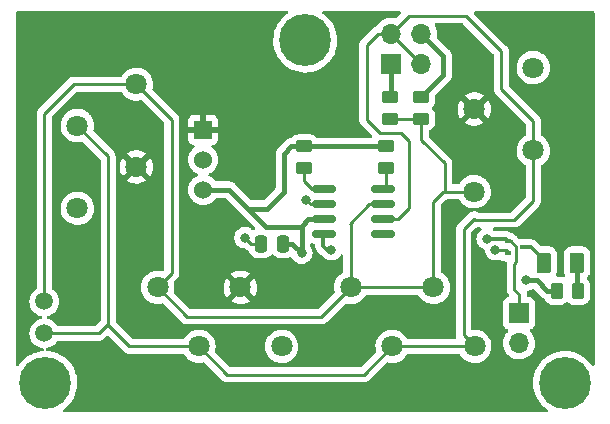
<source format=gbr>
%TF.GenerationSoftware,KiCad,Pcbnew,(6.0.8-1)-1*%
%TF.CreationDate,2022-12-26T00:28:58-06:00*%
%TF.ProjectId,CAN Distribution With Debug,43414e20-4469-4737-9472-69627574696f,rev?*%
%TF.SameCoordinates,Original*%
%TF.FileFunction,Copper,L1,Top*%
%TF.FilePolarity,Positive*%
%FSLAX46Y46*%
G04 Gerber Fmt 4.6, Leading zero omitted, Abs format (unit mm)*
G04 Created by KiCad (PCBNEW (6.0.8-1)-1) date 2022-12-26 00:28:58*
%MOMM*%
%LPD*%
G01*
G04 APERTURE LIST*
G04 Aperture macros list*
%AMRoundRect*
0 Rectangle with rounded corners*
0 $1 Rounding radius*
0 $2 $3 $4 $5 $6 $7 $8 $9 X,Y pos of 4 corners*
0 Add a 4 corners polygon primitive as box body*
4,1,4,$2,$3,$4,$5,$6,$7,$8,$9,$2,$3,0*
0 Add four circle primitives for the rounded corners*
1,1,$1+$1,$2,$3*
1,1,$1+$1,$4,$5*
1,1,$1+$1,$6,$7*
1,1,$1+$1,$8,$9*
0 Add four rect primitives between the rounded corners*
20,1,$1+$1,$2,$3,$4,$5,0*
20,1,$1+$1,$4,$5,$6,$7,0*
20,1,$1+$1,$6,$7,$8,$9,0*
20,1,$1+$1,$8,$9,$2,$3,0*%
G04 Aperture macros list end*
%TA.AperFunction,SMDPad,CuDef*%
%ADD10RoundRect,0.250000X0.250000X0.475000X-0.250000X0.475000X-0.250000X-0.475000X0.250000X-0.475000X0*%
%TD*%
%TA.AperFunction,SMDPad,CuDef*%
%ADD11RoundRect,0.250000X-0.262500X-0.450000X0.262500X-0.450000X0.262500X0.450000X-0.262500X0.450000X0*%
%TD*%
%TA.AperFunction,SMDPad,CuDef*%
%ADD12RoundRect,0.250000X0.450000X-0.262500X0.450000X0.262500X-0.450000X0.262500X-0.450000X-0.262500X0*%
%TD*%
%TA.AperFunction,ComponentPad*%
%ADD13C,1.800000*%
%TD*%
%TA.AperFunction,ComponentPad*%
%ADD14R,1.524000X1.524000*%
%TD*%
%TA.AperFunction,ComponentPad*%
%ADD15C,1.524000*%
%TD*%
%TA.AperFunction,SMDPad,CuDef*%
%ADD16RoundRect,0.250000X-0.450000X0.262500X-0.450000X-0.262500X0.450000X-0.262500X0.450000X0.262500X0*%
%TD*%
%TA.AperFunction,SMDPad,CuDef*%
%ADD17R,0.510000X0.400000*%
%TD*%
%TA.AperFunction,SMDPad,CuDef*%
%ADD18C,1.500000*%
%TD*%
%TA.AperFunction,ComponentPad*%
%ADD19C,4.400000*%
%TD*%
%TA.AperFunction,SMDPad,CuDef*%
%ADD20RoundRect,0.150000X-0.825000X-0.150000X0.825000X-0.150000X0.825000X0.150000X-0.825000X0.150000X0*%
%TD*%
%TA.AperFunction,ComponentPad*%
%ADD21R,1.700000X1.700000*%
%TD*%
%TA.AperFunction,ComponentPad*%
%ADD22O,1.700000X1.700000*%
%TD*%
%TA.AperFunction,SMDPad,CuDef*%
%ADD23RoundRect,0.250000X-0.375000X-0.625000X0.375000X-0.625000X0.375000X0.625000X-0.375000X0.625000X0*%
%TD*%
%TA.AperFunction,ViaPad*%
%ADD24C,0.800000*%
%TD*%
%TA.AperFunction,Conductor*%
%ADD25C,0.300000*%
%TD*%
%TA.AperFunction,Conductor*%
%ADD26C,0.400000*%
%TD*%
%TA.AperFunction,Conductor*%
%ADD27C,0.250000*%
%TD*%
G04 APERTURE END LIST*
D10*
%TO.P,C1,1*%
%TO.N,+3.3V*%
X117150000Y-105300000D03*
%TO.P,C1,2*%
%TO.N,GND*%
X115250000Y-105300000D03*
%TD*%
D11*
%TO.P,R5,1*%
%TO.N,+3.3V*%
X140275000Y-109300000D03*
%TO.P,R5,2*%
%TO.N,Net-(D1-Pad2)*%
X142100000Y-109300000D03*
%TD*%
D12*
%TO.P,R1,1*%
%TO.N,/CAN_H*%
X126200000Y-94712500D03*
%TO.P,R1,2*%
%TO.N,Net-(J1-Pad1)*%
X126200000Y-92887500D03*
%TD*%
D13*
%TO.P,X3,1,A*%
%TO.N,/CAN_H*%
X122850000Y-109005000D03*
%TO.P,X3,2,B*%
%TO.N,/CAN_L*%
X126350000Y-114005000D03*
%TO.P,X3,3,C*%
%TO.N,/CAN_H*%
X129850000Y-109005000D03*
%TO.P,X3,4,D*%
%TO.N,/CAN_L*%
X133350000Y-114005000D03*
%TD*%
%TO.P,X2,1,A*%
%TO.N,/CAN_H*%
X106500000Y-109005000D03*
%TO.P,X2,2,B*%
%TO.N,/CAN_L*%
X110000000Y-114005000D03*
%TO.P,X2,3,C*%
%TO.N,+BATT*%
X113500000Y-109005000D03*
%TO.P,X2,4,D*%
%TO.N,GND*%
X117000000Y-114005000D03*
%TD*%
%TO.P,X1,1,A*%
%TO.N,/CAN_H*%
X104700000Y-91800000D03*
%TO.P,X1,2,B*%
%TO.N,/CAN_L*%
X99700000Y-95300000D03*
%TO.P,X1,3,C*%
%TO.N,+BATT*%
X104700000Y-98800000D03*
%TO.P,X1,4,D*%
%TO.N,GND*%
X99700000Y-102300000D03*
%TD*%
D14*
%TO.P,U1,1,VIN*%
%TO.N,+BATT*%
X110350000Y-95660000D03*
D15*
%TO.P,U1,2,GND*%
%TO.N,GND*%
X110350000Y-98200000D03*
%TO.P,U1,3,VOUT*%
%TO.N,+3.3V*%
X110350000Y-100740000D03*
%TD*%
D13*
%TO.P,X4,1,A*%
%TO.N,/CAN_H*%
X133300000Y-100900000D03*
%TO.P,X4,2,B*%
%TO.N,/CAN_L*%
X138300000Y-97400000D03*
%TO.P,X4,3,C*%
%TO.N,+BATT*%
X133300000Y-93900000D03*
%TO.P,X4,4,D*%
%TO.N,GND*%
X138300000Y-90400000D03*
%TD*%
D16*
%TO.P,R3,1*%
%TO.N,+3.3V*%
X118900000Y-97075000D03*
%TO.P,R3,2*%
%TO.N,Net-(R3-Pad2)*%
X118900000Y-98900000D03*
%TD*%
D17*
%TO.P,Q1,1,G*%
%TO.N,/CAN_RX*%
X136155000Y-105100000D03*
%TO.P,Q1,2,S*%
%TO.N,GND*%
X136155000Y-106100000D03*
%TO.P,Q1,3,D*%
%TO.N,Net-(D1-Pad1)*%
X137445000Y-105600000D03*
%TD*%
D16*
%TO.P,R4,1*%
%TO.N,+3.3V*%
X125800000Y-97075000D03*
%TO.P,R4,2*%
%TO.N,Net-(R4-Pad2)*%
X125800000Y-98900000D03*
%TD*%
D18*
%TO.P,TP1,1,1*%
%TO.N,/CAN_H*%
X96900000Y-110200000D03*
%TD*%
D19*
%TO.P,H2,1,1*%
%TO.N,unconnected-(H2-Pad1)*%
X141000000Y-117100000D03*
%TD*%
D20*
%TO.P,U2,1,D*%
%TO.N,Net-(R3-Pad2)*%
X120625000Y-100695000D03*
%TO.P,U2,2,GND*%
%TO.N,GND*%
X120625000Y-101965000D03*
%TO.P,U2,3,VCC*%
%TO.N,+3.3V*%
X120625000Y-103235000D03*
%TO.P,U2,4,R*%
%TO.N,/CAN_RX*%
X120625000Y-104505000D03*
%TO.P,U2,5,Vref*%
%TO.N,unconnected-(U2-Pad5)*%
X125575000Y-104505000D03*
%TO.P,U2,6,CANL*%
%TO.N,/CAN_L*%
X125575000Y-103235000D03*
%TO.P,U2,7,CANH*%
%TO.N,/CAN_H*%
X125575000Y-101965000D03*
%TO.P,U2,8,Rs*%
%TO.N,Net-(R4-Pad2)*%
X125575000Y-100695000D03*
%TD*%
D21*
%TO.P,J1,1,Pin_1*%
%TO.N,Net-(J1-Pad1)*%
X126260000Y-90062500D03*
D22*
%TO.P,J1,2,Pin_2*%
%TO.N,/CAN_L*%
X126260000Y-87522500D03*
%TO.P,J1,3,Pin_3*%
X128800000Y-90062500D03*
%TO.P,J1,4,Pin_4*%
%TO.N,Net-(J1-Pad4)*%
X128800000Y-87522500D03*
%TD*%
D19*
%TO.P,H1,1,1*%
%TO.N,unconnected-(H1-Pad1)*%
X119000000Y-88100000D03*
%TD*%
D12*
%TO.P,R2,1*%
%TO.N,/CAN_H*%
X128800000Y-94712500D03*
%TO.P,R2,2*%
%TO.N,Net-(J1-Pad4)*%
X128800000Y-92887500D03*
%TD*%
D19*
%TO.P,H3,1,1*%
%TO.N,unconnected-(H3-Pad1)*%
X97000000Y-117100000D03*
%TD*%
D18*
%TO.P,TP2,1,1*%
%TO.N,/CAN_L*%
X96900000Y-112900000D03*
%TD*%
D21*
%TO.P,J2,1,Pin_1*%
%TO.N,/CAN_RX*%
X137100000Y-111200000D03*
D22*
%TO.P,J2,2,Pin_2*%
%TO.N,GND*%
X137100000Y-113740000D03*
%TD*%
D23*
%TO.P,D1,1,K*%
%TO.N,Net-(D1-Pad1)*%
X139200000Y-106900000D03*
%TO.P,D1,2,A*%
%TO.N,Net-(D1-Pad2)*%
X142000000Y-106900000D03*
%TD*%
D24*
%TO.N,/CAN_RX*%
X134400000Y-104900000D03*
X121200000Y-105800000D03*
%TO.N,GND*%
X135100000Y-105800000D03*
X119100000Y-101600000D03*
X113900000Y-104800000D03*
%TO.N,+3.3V*%
X118700000Y-106100000D03*
X137700000Y-108400000D03*
%TO.N,+BATT*%
X104900000Y-112100000D03*
X102200000Y-114700000D03*
%TD*%
D25*
%TO.N,Net-(D1-Pad1)*%
X138100000Y-105600000D02*
X139200000Y-106700000D01*
X139200000Y-106700000D02*
X139200000Y-106900000D01*
X137445000Y-105600000D02*
X138100000Y-105600000D01*
D26*
%TO.N,Net-(D1-Pad2)*%
X142000000Y-106900000D02*
X142000000Y-109200000D01*
X142000000Y-109200000D02*
X142100000Y-109300000D01*
%TO.N,Net-(J1-Pad1)*%
X126260000Y-92827500D02*
X126260000Y-90062500D01*
D27*
X126200000Y-92887500D02*
X126260000Y-92827500D01*
%TO.N,/CAN_L*%
X135600000Y-92200000D02*
X138300000Y-94900000D01*
X127782500Y-86000000D02*
X132600000Y-86000000D01*
X138300000Y-94900000D02*
X138300000Y-97400000D01*
X126350000Y-114005000D02*
X133350000Y-114005000D01*
X102300000Y-97900000D02*
X102300000Y-112100000D01*
X135600000Y-89000000D02*
X135600000Y-92200000D01*
X102300000Y-112200000D02*
X104105000Y-114005000D01*
X132400000Y-104100000D02*
X132400000Y-113055000D01*
X101500000Y-112900000D02*
X102300000Y-112100000D01*
X138300000Y-101700000D02*
X136700000Y-103300000D01*
X136700000Y-103300000D02*
X133400000Y-103300000D01*
X123955000Y-116400000D02*
X126350000Y-114005000D01*
X133300000Y-103200000D02*
X132400000Y-104100000D01*
X104105000Y-114005000D02*
X110000000Y-114005000D01*
X126865000Y-103235000D02*
X127800000Y-102300000D01*
X124200000Y-88500000D02*
X125177500Y-87522500D01*
X125300000Y-95900000D02*
X124200000Y-94800000D01*
X99700000Y-95300000D02*
X102300000Y-97900000D01*
X110000000Y-114005000D02*
X112395000Y-116400000D01*
X102300000Y-112100000D02*
X102300000Y-112200000D01*
X126260000Y-87522500D02*
X128800000Y-90062500D01*
X133400000Y-103300000D02*
X133300000Y-103200000D01*
X127800000Y-102300000D02*
X127800000Y-96600000D01*
X96900000Y-112900000D02*
X101500000Y-112900000D01*
X127100000Y-95900000D02*
X125300000Y-95900000D01*
X124200000Y-94800000D02*
X124200000Y-88500000D01*
X125575000Y-103235000D02*
X126865000Y-103235000D01*
X132600000Y-86000000D02*
X135600000Y-89000000D01*
X112395000Y-116400000D02*
X123955000Y-116400000D01*
X125177500Y-87522500D02*
X126260000Y-87522500D01*
X126260000Y-87522500D02*
X127782500Y-86000000D01*
X138300000Y-97400000D02*
X138300000Y-101700000D01*
X132400000Y-113055000D02*
X133350000Y-114005000D01*
X127800000Y-96600000D02*
X127100000Y-95900000D01*
D26*
%TO.N,Net-(J1-Pad4)*%
X130700000Y-89422500D02*
X128800000Y-87522500D01*
X128800000Y-92887500D02*
X130700000Y-90987500D01*
X130700000Y-90987500D02*
X130700000Y-89422500D01*
D27*
%TO.N,/CAN_RX*%
X136865000Y-105565000D02*
X136400000Y-105100000D01*
X137100000Y-111200000D02*
X137100000Y-109600000D01*
X136865000Y-106835000D02*
X136865000Y-105565000D01*
D25*
X120500000Y-104630000D02*
X120625000Y-104505000D01*
X120800000Y-105800000D02*
X120500000Y-105500000D01*
D27*
X137100000Y-109600000D02*
X136700000Y-109200000D01*
D25*
X121200000Y-105800000D02*
X120800000Y-105800000D01*
X120500000Y-105500000D02*
X120500000Y-104630000D01*
X134400000Y-104900000D02*
X135955000Y-104900000D01*
D27*
X136700000Y-109200000D02*
X136700000Y-107000000D01*
X136400000Y-105100000D02*
X136155000Y-105100000D01*
D25*
X135955000Y-104900000D02*
X136155000Y-105100000D01*
D27*
X136700000Y-107000000D02*
X136865000Y-106835000D01*
%TO.N,GND*%
X136000000Y-105800000D02*
X135100000Y-105800000D01*
X136155000Y-105955000D02*
X136000000Y-105800000D01*
X120625000Y-101965000D02*
X119465000Y-101965000D01*
X136155000Y-106100000D02*
X136155000Y-105955000D01*
X115250000Y-105300000D02*
X114400000Y-105300000D01*
X114400000Y-105300000D02*
X113900000Y-104800000D01*
X119465000Y-101965000D02*
X119100000Y-101600000D01*
%TO.N,/CAN_H*%
X130800000Y-100900000D02*
X130700000Y-100900000D01*
X129850000Y-101850000D02*
X129850000Y-109005000D01*
X133300000Y-100900000D02*
X130800000Y-100900000D01*
X104700000Y-91800000D02*
X99400000Y-91800000D01*
X122850000Y-109005000D02*
X129850000Y-109005000D01*
X130700000Y-100900000D02*
X129800000Y-101800000D01*
X106500000Y-109005000D02*
X107700000Y-107805000D01*
X108995000Y-111500000D02*
X120355000Y-111500000D01*
X107700000Y-107805000D02*
X107700000Y-94800000D01*
X122850000Y-103650000D02*
X122850000Y-109005000D01*
X128800000Y-94712500D02*
X128800000Y-96500000D01*
X125575000Y-101965000D02*
X124435000Y-101965000D01*
X126200000Y-94712500D02*
X128800000Y-94712500D01*
X130800000Y-98500000D02*
X130800000Y-100900000D01*
X128800000Y-96500000D02*
X130800000Y-98500000D01*
X120355000Y-111500000D02*
X122850000Y-109005000D01*
X99400000Y-91800000D02*
X96900000Y-94300000D01*
X107700000Y-94800000D02*
X104700000Y-91800000D01*
X106500000Y-109005000D02*
X108995000Y-111500000D01*
X129800000Y-101800000D02*
X129850000Y-101850000D01*
X122800000Y-103600000D02*
X122850000Y-103650000D01*
X124435000Y-101965000D02*
X122800000Y-103600000D01*
X96900000Y-94300000D02*
X96900000Y-110200000D01*
D26*
%TO.N,+3.3V*%
X117900000Y-105300000D02*
X118700000Y-106100000D01*
X118700000Y-106100000D02*
X118700000Y-103900000D01*
X117200000Y-97700000D02*
X117200000Y-100900000D01*
X118900000Y-97075000D02*
X125800000Y-97075000D01*
X118700000Y-103900000D02*
X118700000Y-103800000D01*
X118900000Y-97075000D02*
X117825000Y-97075000D01*
X114150000Y-102350000D02*
X115700000Y-103900000D01*
X110350000Y-100740000D02*
X112540000Y-100740000D01*
X112540000Y-100740000D02*
X114150000Y-102350000D01*
X119265000Y-103235000D02*
X120625000Y-103235000D01*
X118700000Y-103800000D02*
X119265000Y-103235000D01*
X115750000Y-102350000D02*
X114150000Y-102350000D01*
X138600000Y-108400000D02*
X137700000Y-108400000D01*
X117150000Y-105300000D02*
X117900000Y-105300000D01*
X117200000Y-100900000D02*
X115750000Y-102350000D01*
X140275000Y-109300000D02*
X139500000Y-109300000D01*
X117825000Y-97075000D02*
X117200000Y-97700000D01*
X115700000Y-103900000D02*
X118700000Y-103900000D01*
X138600000Y-108400000D02*
X139500000Y-109300000D01*
D27*
%TO.N,Net-(R3-Pad2)*%
X118900000Y-100000000D02*
X118900000Y-98900000D01*
X119595000Y-100695000D02*
X118900000Y-100000000D01*
X120625000Y-100695000D02*
X119595000Y-100695000D01*
%TO.N,Net-(R4-Pad2)*%
X125800000Y-98900000D02*
X125800000Y-100470000D01*
X125800000Y-100470000D02*
X125575000Y-100695000D01*
%TD*%
%TA.AperFunction,Conductor*%
%TO.N,+BATT*%
G36*
X143433621Y-85628502D02*
G01*
X143480114Y-85682158D01*
X143491500Y-85734500D01*
X143491500Y-115533521D01*
X143471498Y-115601642D01*
X143417842Y-115648135D01*
X143347568Y-115658239D01*
X143282988Y-115628745D01*
X143257557Y-115598515D01*
X143236226Y-115563084D01*
X143233899Y-115560100D01*
X143233894Y-115560093D01*
X143037726Y-115308558D01*
X143037724Y-115308556D01*
X143035390Y-115305563D01*
X142805070Y-115074034D01*
X142548603Y-114871852D01*
X142269705Y-114701945D01*
X142266261Y-114700379D01*
X142266257Y-114700377D01*
X142130165Y-114638500D01*
X141972414Y-114566775D01*
X141661037Y-114468300D01*
X141390594Y-114417443D01*
X141343809Y-114408645D01*
X141343807Y-114408645D01*
X141340086Y-114407945D01*
X141014208Y-114386586D01*
X141010428Y-114386794D01*
X141010427Y-114386794D01*
X140912897Y-114392162D01*
X140688124Y-114404532D01*
X140684397Y-114405193D01*
X140684393Y-114405193D01*
X140615273Y-114417443D01*
X140366557Y-114461522D01*
X140362941Y-114462624D01*
X140362933Y-114462626D01*
X140079566Y-114548990D01*
X140054167Y-114556731D01*
X139755477Y-114688781D01*
X139689088Y-114728278D01*
X139478074Y-114853817D01*
X139478068Y-114853821D01*
X139474814Y-114855757D01*
X139471812Y-114858073D01*
X139222960Y-115050062D01*
X139216244Y-115055243D01*
X139178363Y-115092534D01*
X138991000Y-115276977D01*
X138983513Y-115284347D01*
X138981149Y-115287314D01*
X138981146Y-115287317D01*
X138884521Y-115408574D01*
X138779991Y-115539751D01*
X138608626Y-115817757D01*
X138471902Y-116114336D01*
X138470741Y-116117940D01*
X138470741Y-116117941D01*
X138462196Y-116144477D01*
X138371797Y-116425192D01*
X138371079Y-116428903D01*
X138371078Y-116428907D01*
X138310482Y-116742105D01*
X138310481Y-116742114D01*
X138309763Y-116745824D01*
X138309496Y-116749600D01*
X138309495Y-116749605D01*
X138289148Y-117036979D01*
X138286698Y-117071585D01*
X138302936Y-117397759D01*
X138303577Y-117401490D01*
X138303578Y-117401498D01*
X138318109Y-117486060D01*
X138358241Y-117719619D01*
X138451814Y-118032504D01*
X138582297Y-118331881D01*
X138584220Y-118335152D01*
X138584222Y-118335156D01*
X138626584Y-118407215D01*
X138747802Y-118613414D01*
X138750103Y-118616429D01*
X138943631Y-118870012D01*
X138943636Y-118870017D01*
X138945931Y-118873025D01*
X139173814Y-119106953D01*
X139246635Y-119165607D01*
X139425196Y-119309431D01*
X139425201Y-119309435D01*
X139428149Y-119311809D01*
X139431371Y-119313818D01*
X139431376Y-119313822D01*
X139503156Y-119358588D01*
X139550373Y-119411607D01*
X139561429Y-119481738D01*
X139532815Y-119546713D01*
X139473615Y-119585903D01*
X139436480Y-119591500D01*
X98570222Y-119591500D01*
X98502101Y-119571498D01*
X98455608Y-119517842D01*
X98445504Y-119447568D01*
X98474998Y-119382988D01*
X98499890Y-119361085D01*
X98501601Y-119360091D01*
X98504623Y-119357810D01*
X98504627Y-119357807D01*
X98759221Y-119165607D01*
X98759222Y-119165606D01*
X98762245Y-119163324D01*
X98997363Y-118936670D01*
X99203549Y-118683410D01*
X99255429Y-118601185D01*
X99375788Y-118410428D01*
X99375790Y-118410425D01*
X99377815Y-118407215D01*
X99517638Y-118112084D01*
X99544188Y-118032504D01*
X99619790Y-117805897D01*
X99619792Y-117805891D01*
X99620992Y-117802293D01*
X99686381Y-117482329D01*
X99692956Y-117401498D01*
X99712674Y-117159061D01*
X99712856Y-117156826D01*
X99713451Y-117100000D01*
X99711510Y-117067796D01*
X99694026Y-116777793D01*
X99694026Y-116777789D01*
X99693798Y-116774015D01*
X99688650Y-116745824D01*
X99635805Y-116456473D01*
X99635804Y-116456469D01*
X99635125Y-116452751D01*
X99627722Y-116428907D01*
X99539404Y-116144477D01*
X99538282Y-116140863D01*
X99404670Y-115842869D01*
X99236226Y-115563084D01*
X99233899Y-115560100D01*
X99233894Y-115560093D01*
X99037726Y-115308558D01*
X99037724Y-115308556D01*
X99035390Y-115305563D01*
X98805070Y-115074034D01*
X98548603Y-114871852D01*
X98269705Y-114701945D01*
X98266261Y-114700379D01*
X98266257Y-114700377D01*
X98130165Y-114638500D01*
X97972414Y-114566775D01*
X97661037Y-114468300D01*
X97390594Y-114417443D01*
X97343809Y-114408645D01*
X97343807Y-114408645D01*
X97340086Y-114407945D01*
X97176865Y-114397247D01*
X97129172Y-114394121D01*
X97062506Y-114369707D01*
X97019621Y-114313125D01*
X97014135Y-114242341D01*
X97047789Y-114179827D01*
X97115201Y-114144480D01*
X97119371Y-114144115D01*
X97332076Y-114087120D01*
X97531654Y-113994056D01*
X97712038Y-113867749D01*
X97867749Y-113712038D01*
X97871491Y-113706695D01*
X97955141Y-113587229D01*
X98010598Y-113542901D01*
X98058354Y-113533500D01*
X101421233Y-113533500D01*
X101432416Y-113534027D01*
X101439909Y-113535702D01*
X101447835Y-113535453D01*
X101447836Y-113535453D01*
X101507986Y-113533562D01*
X101511945Y-113533500D01*
X101539856Y-113533500D01*
X101543791Y-113533003D01*
X101543856Y-113532995D01*
X101555693Y-113532062D01*
X101587951Y-113531048D01*
X101591970Y-113530922D01*
X101599889Y-113530673D01*
X101619343Y-113525021D01*
X101638700Y-113521013D01*
X101650930Y-113519468D01*
X101650931Y-113519468D01*
X101658797Y-113518474D01*
X101666168Y-113515555D01*
X101666170Y-113515555D01*
X101699912Y-113502196D01*
X101711142Y-113498351D01*
X101745983Y-113488229D01*
X101745984Y-113488229D01*
X101753593Y-113486018D01*
X101760412Y-113481985D01*
X101760417Y-113481983D01*
X101771028Y-113475707D01*
X101788776Y-113467012D01*
X101807617Y-113459552D01*
X101843387Y-113433564D01*
X101853307Y-113427048D01*
X101884535Y-113408580D01*
X101884538Y-113408578D01*
X101891362Y-113404542D01*
X101905683Y-113390221D01*
X101920717Y-113377380D01*
X101930694Y-113370131D01*
X101937107Y-113365472D01*
X101942158Y-113359367D01*
X101942163Y-113359362D01*
X101965294Y-113331402D01*
X101973282Y-113322624D01*
X102160906Y-113135000D01*
X102223218Y-113100974D01*
X102294033Y-113106039D01*
X102339096Y-113135000D01*
X103601343Y-114397247D01*
X103608887Y-114405537D01*
X103613000Y-114412018D01*
X103618777Y-114417443D01*
X103662667Y-114458658D01*
X103665509Y-114461413D01*
X103685230Y-114481134D01*
X103688425Y-114483612D01*
X103697447Y-114491318D01*
X103729679Y-114521586D01*
X103736628Y-114525406D01*
X103747432Y-114531346D01*
X103763956Y-114542199D01*
X103779959Y-114554613D01*
X103820543Y-114572176D01*
X103831173Y-114577383D01*
X103869940Y-114598695D01*
X103877617Y-114600666D01*
X103877622Y-114600668D01*
X103889558Y-114603732D01*
X103908266Y-114610137D01*
X103926855Y-114618181D01*
X103934680Y-114619420D01*
X103934682Y-114619421D01*
X103970519Y-114625097D01*
X103982140Y-114627504D01*
X104017289Y-114636528D01*
X104024970Y-114638500D01*
X104045231Y-114638500D01*
X104064940Y-114640051D01*
X104084943Y-114643219D01*
X104092835Y-114642473D01*
X104098062Y-114641979D01*
X104128954Y-114639059D01*
X104140811Y-114638500D01*
X108665630Y-114638500D01*
X108733751Y-114658502D01*
X108773063Y-114698665D01*
X108859501Y-114839719D01*
X109011147Y-115014784D01*
X109189349Y-115162730D01*
X109389322Y-115279584D01*
X109394147Y-115281426D01*
X109394148Y-115281427D01*
X109450296Y-115302868D01*
X109605694Y-115362209D01*
X109610760Y-115363240D01*
X109610761Y-115363240D01*
X109617446Y-115364600D01*
X109832656Y-115408385D01*
X109963324Y-115413176D01*
X110058949Y-115416683D01*
X110058953Y-115416683D01*
X110064113Y-115416872D01*
X110069233Y-115416216D01*
X110069235Y-115416216D01*
X110288719Y-115388099D01*
X110288720Y-115388099D01*
X110293847Y-115387442D01*
X110298798Y-115385957D01*
X110298801Y-115385956D01*
X110369985Y-115364600D01*
X110440980Y-115364184D01*
X110495287Y-115396191D01*
X111891343Y-116792247D01*
X111898887Y-116800537D01*
X111903000Y-116807018D01*
X111908777Y-116812443D01*
X111952667Y-116853658D01*
X111955509Y-116856413D01*
X111975230Y-116876134D01*
X111978425Y-116878612D01*
X111987447Y-116886318D01*
X112019679Y-116916586D01*
X112026628Y-116920406D01*
X112037432Y-116926346D01*
X112053956Y-116937199D01*
X112069959Y-116949613D01*
X112110543Y-116967176D01*
X112121173Y-116972383D01*
X112159940Y-116993695D01*
X112167617Y-116995666D01*
X112167622Y-116995668D01*
X112179558Y-116998732D01*
X112198266Y-117005137D01*
X112216855Y-117013181D01*
X112224680Y-117014420D01*
X112224682Y-117014421D01*
X112260519Y-117020097D01*
X112272140Y-117022504D01*
X112303959Y-117030673D01*
X112314970Y-117033500D01*
X112335231Y-117033500D01*
X112354940Y-117035051D01*
X112374943Y-117038219D01*
X112382835Y-117037473D01*
X112388062Y-117036979D01*
X112418954Y-117034059D01*
X112430811Y-117033500D01*
X123876233Y-117033500D01*
X123887416Y-117034027D01*
X123894909Y-117035702D01*
X123902835Y-117035453D01*
X123902836Y-117035453D01*
X123962986Y-117033562D01*
X123966945Y-117033500D01*
X123994856Y-117033500D01*
X123998791Y-117033003D01*
X123998856Y-117032995D01*
X124010693Y-117032062D01*
X124042951Y-117031048D01*
X124046970Y-117030922D01*
X124054889Y-117030673D01*
X124074343Y-117025021D01*
X124093700Y-117021013D01*
X124105930Y-117019468D01*
X124105931Y-117019468D01*
X124113797Y-117018474D01*
X124121168Y-117015555D01*
X124121170Y-117015555D01*
X124154912Y-117002196D01*
X124166142Y-116998351D01*
X124200983Y-116988229D01*
X124200984Y-116988229D01*
X124208593Y-116986018D01*
X124215412Y-116981985D01*
X124215417Y-116981983D01*
X124226028Y-116975707D01*
X124243776Y-116967012D01*
X124262617Y-116959552D01*
X124282987Y-116944753D01*
X124298387Y-116933564D01*
X124308307Y-116927048D01*
X124339535Y-116908580D01*
X124339538Y-116908578D01*
X124346362Y-116904542D01*
X124360683Y-116890221D01*
X124375717Y-116877380D01*
X124377432Y-116876134D01*
X124392107Y-116865472D01*
X124420298Y-116831395D01*
X124428288Y-116822616D01*
X125852148Y-115398756D01*
X125914460Y-115364730D01*
X125966363Y-115364380D01*
X126072414Y-115385956D01*
X126182656Y-115408385D01*
X126313324Y-115413176D01*
X126408949Y-115416683D01*
X126408953Y-115416683D01*
X126414113Y-115416872D01*
X126419233Y-115416216D01*
X126419235Y-115416216D01*
X126492270Y-115406860D01*
X126643847Y-115387442D01*
X126648795Y-115385957D01*
X126648802Y-115385956D01*
X126860747Y-115322369D01*
X126865690Y-115320886D01*
X126890855Y-115308558D01*
X127069049Y-115221262D01*
X127069052Y-115221260D01*
X127073684Y-115218991D01*
X127262243Y-115084494D01*
X127426303Y-114921005D01*
X127561458Y-114732917D01*
X127573440Y-114708672D01*
X127621553Y-114656466D01*
X127686397Y-114638500D01*
X132015630Y-114638500D01*
X132083751Y-114658502D01*
X132123063Y-114698665D01*
X132209501Y-114839719D01*
X132361147Y-115014784D01*
X132539349Y-115162730D01*
X132739322Y-115279584D01*
X132744147Y-115281426D01*
X132744148Y-115281427D01*
X132800296Y-115302868D01*
X132955694Y-115362209D01*
X132960760Y-115363240D01*
X132960761Y-115363240D01*
X132967446Y-115364600D01*
X133182656Y-115408385D01*
X133313324Y-115413176D01*
X133408949Y-115416683D01*
X133408953Y-115416683D01*
X133414113Y-115416872D01*
X133419233Y-115416216D01*
X133419235Y-115416216D01*
X133492270Y-115406860D01*
X133643847Y-115387442D01*
X133648795Y-115385957D01*
X133648802Y-115385956D01*
X133860747Y-115322369D01*
X133865690Y-115320886D01*
X133890855Y-115308558D01*
X134069049Y-115221262D01*
X134069052Y-115221260D01*
X134073684Y-115218991D01*
X134262243Y-115084494D01*
X134426303Y-114921005D01*
X134561458Y-114732917D01*
X134578387Y-114698665D01*
X134661784Y-114529922D01*
X134661785Y-114529920D01*
X134664078Y-114525280D01*
X134731408Y-114303671D01*
X134761640Y-114074041D01*
X134762642Y-114033023D01*
X134763245Y-114008365D01*
X134763245Y-114008361D01*
X134763327Y-114005000D01*
X134752043Y-113867749D01*
X134744773Y-113779318D01*
X134744772Y-113779312D01*
X134744349Y-113774167D01*
X134687925Y-113549533D01*
X134685866Y-113544797D01*
X134597630Y-113341868D01*
X134597628Y-113341865D01*
X134595570Y-113337131D01*
X134469764Y-113142665D01*
X134462790Y-113135000D01*
X134397262Y-113062986D01*
X134313887Y-112971358D01*
X134309836Y-112968159D01*
X134309832Y-112968155D01*
X134136177Y-112831011D01*
X134136172Y-112831008D01*
X134132123Y-112827810D01*
X134127607Y-112825317D01*
X134127604Y-112825315D01*
X133933879Y-112718373D01*
X133933875Y-112718371D01*
X133929355Y-112715876D01*
X133924486Y-112714152D01*
X133924482Y-112714150D01*
X133715903Y-112640288D01*
X133715899Y-112640287D01*
X133711028Y-112638562D01*
X133705935Y-112637655D01*
X133705932Y-112637654D01*
X133488095Y-112598851D01*
X133488089Y-112598850D01*
X133483006Y-112597945D01*
X133410096Y-112597054D01*
X133256581Y-112595179D01*
X133256579Y-112595179D01*
X133251411Y-112595116D01*
X133178559Y-112606264D01*
X133108197Y-112596796D01*
X133054123Y-112550791D01*
X133033500Y-112481714D01*
X133033500Y-104414594D01*
X133053502Y-104346473D01*
X133070405Y-104325499D01*
X133425499Y-103970405D01*
X133487811Y-103936379D01*
X133514594Y-103933500D01*
X133796853Y-103933500D01*
X133864974Y-103953502D01*
X133911467Y-104007158D01*
X133921571Y-104077432D01*
X133892077Y-104142012D01*
X133870914Y-104161436D01*
X133825359Y-104194534D01*
X133788747Y-104221134D01*
X133784326Y-104226044D01*
X133784325Y-104226045D01*
X133674589Y-104347920D01*
X133660960Y-104363056D01*
X133565473Y-104528444D01*
X133506458Y-104710072D01*
X133505768Y-104716633D01*
X133505768Y-104716635D01*
X133502007Y-104752421D01*
X133486496Y-104900000D01*
X133487186Y-104906565D01*
X133498571Y-105014883D01*
X133506458Y-105089928D01*
X133565473Y-105271556D01*
X133660960Y-105436944D01*
X133665378Y-105441851D01*
X133665379Y-105441852D01*
X133725271Y-105508369D01*
X133788747Y-105578866D01*
X133943248Y-105691118D01*
X133949276Y-105693802D01*
X133949278Y-105693803D01*
X134117712Y-105768794D01*
X134116727Y-105771007D01*
X134166253Y-105804885D01*
X134194006Y-105871456D01*
X134201717Y-105944824D01*
X134206458Y-105989928D01*
X134265473Y-106171556D01*
X134360960Y-106336944D01*
X134365378Y-106341851D01*
X134365379Y-106341852D01*
X134476506Y-106465271D01*
X134488747Y-106478866D01*
X134643248Y-106591118D01*
X134649276Y-106593802D01*
X134649278Y-106593803D01*
X134811681Y-106666109D01*
X134817712Y-106668794D01*
X134911112Y-106688647D01*
X134998056Y-106707128D01*
X134998061Y-106707128D01*
X135004513Y-106708500D01*
X135195487Y-106708500D01*
X135201939Y-106707128D01*
X135201944Y-106707128D01*
X135288887Y-106688647D01*
X135382288Y-106668794D01*
X135388321Y-106666108D01*
X135388327Y-106666106D01*
X135416213Y-106653691D01*
X135486580Y-106644257D01*
X135543025Y-106667972D01*
X135653295Y-106750615D01*
X135789684Y-106801745D01*
X135851866Y-106808500D01*
X135940500Y-106808500D01*
X136008621Y-106828502D01*
X136055114Y-106882158D01*
X136066500Y-106934500D01*
X136066500Y-106940224D01*
X136064949Y-106959934D01*
X136061780Y-106979943D01*
X136062526Y-106987835D01*
X136065941Y-107023961D01*
X136066500Y-107035819D01*
X136066500Y-109121233D01*
X136065973Y-109132416D01*
X136064298Y-109139909D01*
X136064547Y-109147835D01*
X136064547Y-109147836D01*
X136066438Y-109207986D01*
X136066500Y-109211945D01*
X136066500Y-109239856D01*
X136066997Y-109243790D01*
X136066997Y-109243791D01*
X136067005Y-109243856D01*
X136067938Y-109255693D01*
X136069327Y-109299889D01*
X136071829Y-109308500D01*
X136074978Y-109319339D01*
X136078987Y-109338700D01*
X136079961Y-109346406D01*
X136081526Y-109358797D01*
X136084445Y-109366168D01*
X136084445Y-109366170D01*
X136097804Y-109399912D01*
X136101649Y-109411142D01*
X136107833Y-109432428D01*
X136113982Y-109453593D01*
X136118015Y-109460412D01*
X136118017Y-109460417D01*
X136124293Y-109471028D01*
X136132988Y-109488776D01*
X136140448Y-109507617D01*
X136145110Y-109514033D01*
X136145110Y-109514034D01*
X136166436Y-109543387D01*
X136172952Y-109553307D01*
X136195458Y-109591362D01*
X136209779Y-109605683D01*
X136222620Y-109620717D01*
X136229868Y-109630694D01*
X136229871Y-109630697D01*
X136234528Y-109637107D01*
X136235305Y-109637750D01*
X136265965Y-109698354D01*
X136258678Y-109768976D01*
X136214366Y-109824446D01*
X136155673Y-109846518D01*
X136154488Y-109846647D01*
X136139684Y-109848255D01*
X136003295Y-109899385D01*
X135886739Y-109986739D01*
X135799385Y-110103295D01*
X135748255Y-110239684D01*
X135741500Y-110301866D01*
X135741500Y-112098134D01*
X135748255Y-112160316D01*
X135799385Y-112296705D01*
X135886739Y-112413261D01*
X136003295Y-112500615D01*
X136011704Y-112503767D01*
X136011705Y-112503768D01*
X136120451Y-112544535D01*
X136177216Y-112587176D01*
X136201916Y-112653738D01*
X136186709Y-112723087D01*
X136167316Y-112749568D01*
X136040629Y-112882138D01*
X136037715Y-112886410D01*
X136037714Y-112886411D01*
X136022798Y-112908277D01*
X135914743Y-113066680D01*
X135887820Y-113124681D01*
X135855783Y-113193700D01*
X135820688Y-113269305D01*
X135760989Y-113484570D01*
X135737251Y-113706695D01*
X135737548Y-113711848D01*
X135737548Y-113711851D01*
X135743011Y-113806590D01*
X135750110Y-113929715D01*
X135751247Y-113934761D01*
X135751248Y-113934767D01*
X135767076Y-114005000D01*
X135799222Y-114147639D01*
X135883266Y-114354616D01*
X135914260Y-114405193D01*
X135987849Y-114525280D01*
X135999987Y-114545088D01*
X136146250Y-114713938D01*
X136318126Y-114856632D01*
X136511000Y-114969338D01*
X136719692Y-115049030D01*
X136724760Y-115050061D01*
X136724763Y-115050062D01*
X136831074Y-115071691D01*
X136938597Y-115093567D01*
X136943772Y-115093757D01*
X136943774Y-115093757D01*
X137156673Y-115101564D01*
X137156677Y-115101564D01*
X137161837Y-115101753D01*
X137166957Y-115101097D01*
X137166959Y-115101097D01*
X137378288Y-115074025D01*
X137378289Y-115074025D01*
X137383416Y-115073368D01*
X137389006Y-115071691D01*
X137592429Y-115010661D01*
X137592434Y-115010659D01*
X137597384Y-115009174D01*
X137797994Y-114910896D01*
X137979860Y-114781173D01*
X138138096Y-114623489D01*
X138144172Y-114615034D01*
X138265435Y-114446277D01*
X138268453Y-114442077D01*
X138286271Y-114406026D01*
X138365136Y-114246453D01*
X138365137Y-114246451D01*
X138367430Y-114241811D01*
X138432370Y-114028069D01*
X138461529Y-113806590D01*
X138461611Y-113803240D01*
X138463074Y-113743365D01*
X138463074Y-113743361D01*
X138463156Y-113740000D01*
X138444852Y-113517361D01*
X138390431Y-113300702D01*
X138301354Y-113095840D01*
X138180014Y-112908277D01*
X138167501Y-112894525D01*
X138032798Y-112746488D01*
X138001746Y-112682642D01*
X138010141Y-112612143D01*
X138055317Y-112557375D01*
X138081761Y-112543706D01*
X138188297Y-112503767D01*
X138196705Y-112500615D01*
X138313261Y-112413261D01*
X138400615Y-112296705D01*
X138451745Y-112160316D01*
X138458500Y-112098134D01*
X138458500Y-110301866D01*
X138451745Y-110239684D01*
X138400615Y-110103295D01*
X138313261Y-109986739D01*
X138196705Y-109899385D01*
X138060316Y-109848255D01*
X137998134Y-109841500D01*
X137859500Y-109841500D01*
X137791379Y-109821498D01*
X137744886Y-109767842D01*
X137733500Y-109715500D01*
X137733500Y-109678763D01*
X137734027Y-109667579D01*
X137735701Y-109660091D01*
X137733562Y-109592032D01*
X137733500Y-109588075D01*
X137733500Y-109560144D01*
X137732994Y-109556138D01*
X137732061Y-109544292D01*
X137730922Y-109508037D01*
X137730673Y-109500110D01*
X137725022Y-109480658D01*
X137721014Y-109461304D01*
X137718684Y-109442864D01*
X137729989Y-109372773D01*
X137777393Y-109319921D01*
X137817491Y-109303823D01*
X137982288Y-109268794D01*
X138011700Y-109255699D01*
X138150722Y-109193803D01*
X138150724Y-109193802D01*
X138156752Y-109191118D01*
X138204292Y-109156578D01*
X138271160Y-109132720D01*
X138340311Y-109148800D01*
X138367449Y-109169419D01*
X138677592Y-109479563D01*
X138978565Y-109780536D01*
X138984418Y-109786801D01*
X139022439Y-109830385D01*
X139074729Y-109867136D01*
X139079971Y-109871028D01*
X139130282Y-109910476D01*
X139137201Y-109913600D01*
X139139493Y-109914988D01*
X139154165Y-109923357D01*
X139156525Y-109924622D01*
X139162739Y-109928990D01*
X139169818Y-109931750D01*
X139169820Y-109931751D01*
X139222275Y-109952202D01*
X139228330Y-109954747D01*
X139240329Y-109960165D01*
X139294180Y-110006427D01*
X139307998Y-110035124D01*
X139320950Y-110073946D01*
X139414022Y-110224348D01*
X139539197Y-110349305D01*
X139545427Y-110353145D01*
X139545428Y-110353146D01*
X139682590Y-110437694D01*
X139689762Y-110442115D01*
X139769505Y-110468564D01*
X139851111Y-110495632D01*
X139851113Y-110495632D01*
X139857639Y-110497797D01*
X139864475Y-110498497D01*
X139864478Y-110498498D01*
X139907531Y-110502909D01*
X139962100Y-110508500D01*
X140587900Y-110508500D01*
X140591146Y-110508163D01*
X140591150Y-110508163D01*
X140686808Y-110498238D01*
X140686812Y-110498237D01*
X140693666Y-110497526D01*
X140700202Y-110495345D01*
X140700204Y-110495345D01*
X140832306Y-110451272D01*
X140861446Y-110441550D01*
X141011848Y-110348478D01*
X141098284Y-110261891D01*
X141160566Y-110227812D01*
X141231386Y-110232815D01*
X141276475Y-110261736D01*
X141313272Y-110298469D01*
X141364197Y-110349305D01*
X141370427Y-110353145D01*
X141370428Y-110353146D01*
X141507590Y-110437694D01*
X141514762Y-110442115D01*
X141594505Y-110468564D01*
X141676111Y-110495632D01*
X141676113Y-110495632D01*
X141682639Y-110497797D01*
X141689475Y-110498497D01*
X141689478Y-110498498D01*
X141732531Y-110502909D01*
X141787100Y-110508500D01*
X142412900Y-110508500D01*
X142416146Y-110508163D01*
X142416150Y-110508163D01*
X142511808Y-110498238D01*
X142511812Y-110498237D01*
X142518666Y-110497526D01*
X142525202Y-110495345D01*
X142525204Y-110495345D01*
X142657306Y-110451272D01*
X142686446Y-110441550D01*
X142836848Y-110348478D01*
X142961805Y-110223303D01*
X142966311Y-110215993D01*
X143050775Y-110078968D01*
X143050776Y-110078966D01*
X143054615Y-110072738D01*
X143083349Y-109986106D01*
X143108132Y-109911389D01*
X143108132Y-109911387D01*
X143110297Y-109904861D01*
X143121000Y-109800400D01*
X143121000Y-108799600D01*
X143117841Y-108769156D01*
X143110738Y-108700692D01*
X143110737Y-108700688D01*
X143110026Y-108693834D01*
X143088583Y-108629560D01*
X143056368Y-108533002D01*
X143054050Y-108526054D01*
X142960978Y-108375652D01*
X142868152Y-108282987D01*
X142834073Y-108220706D01*
X142839076Y-108149886D01*
X142867997Y-108104797D01*
X142969134Y-108003484D01*
X142969138Y-108003479D01*
X142974305Y-107998303D01*
X143014182Y-107933611D01*
X143063275Y-107853968D01*
X143063276Y-107853966D01*
X143067115Y-107847738D01*
X143115419Y-107702106D01*
X143120632Y-107686389D01*
X143120632Y-107686387D01*
X143122797Y-107679861D01*
X143124095Y-107667199D01*
X143131190Y-107597945D01*
X143133500Y-107575400D01*
X143133500Y-106224600D01*
X143132464Y-106214614D01*
X143123238Y-106125692D01*
X143123237Y-106125688D01*
X143122526Y-106118834D01*
X143117970Y-106105176D01*
X143068868Y-105958002D01*
X143066550Y-105951054D01*
X142973478Y-105800652D01*
X142848303Y-105675695D01*
X142842072Y-105671854D01*
X142703968Y-105586725D01*
X142703966Y-105586724D01*
X142697738Y-105582885D01*
X142584561Y-105545346D01*
X142536389Y-105529368D01*
X142536387Y-105529368D01*
X142529861Y-105527203D01*
X142523025Y-105526503D01*
X142523022Y-105526502D01*
X142479969Y-105522091D01*
X142425400Y-105516500D01*
X141574600Y-105516500D01*
X141571354Y-105516837D01*
X141571350Y-105516837D01*
X141475692Y-105526762D01*
X141475688Y-105526763D01*
X141468834Y-105527474D01*
X141462298Y-105529655D01*
X141462296Y-105529655D01*
X141378326Y-105557670D01*
X141301054Y-105583450D01*
X141150652Y-105676522D01*
X141025695Y-105801697D01*
X141021855Y-105807927D01*
X141021854Y-105807928D01*
X140942290Y-105937005D01*
X140932885Y-105952262D01*
X140877203Y-106120139D01*
X140866500Y-106224600D01*
X140866500Y-107575400D01*
X140866837Y-107578646D01*
X140866837Y-107578650D01*
X140876349Y-107670319D01*
X140877474Y-107681166D01*
X140879655Y-107687702D01*
X140879655Y-107687704D01*
X140888630Y-107714606D01*
X140933450Y-107848946D01*
X140937304Y-107855174D01*
X140937305Y-107855176D01*
X140960533Y-107892711D01*
X141009202Y-107971358D01*
X141010623Y-107973655D01*
X141029461Y-108042106D01*
X141008300Y-108109876D01*
X140953859Y-108155447D01*
X140883423Y-108164352D01*
X140860435Y-108157291D01*
X140860238Y-108157885D01*
X140698889Y-108104368D01*
X140698887Y-108104368D01*
X140692361Y-108102203D01*
X140685525Y-108101503D01*
X140685522Y-108101502D01*
X140642469Y-108097091D01*
X140587900Y-108091500D01*
X140342540Y-108091500D01*
X140274419Y-108071498D01*
X140227926Y-108017842D01*
X140217822Y-107947568D01*
X140235280Y-107899384D01*
X140263275Y-107853968D01*
X140263276Y-107853966D01*
X140267115Y-107847738D01*
X140315419Y-107702106D01*
X140320632Y-107686389D01*
X140320632Y-107686387D01*
X140322797Y-107679861D01*
X140324095Y-107667199D01*
X140331190Y-107597945D01*
X140333500Y-107575400D01*
X140333500Y-106224600D01*
X140332464Y-106214614D01*
X140323238Y-106125692D01*
X140323237Y-106125688D01*
X140322526Y-106118834D01*
X140317970Y-106105176D01*
X140268868Y-105958002D01*
X140266550Y-105951054D01*
X140173478Y-105800652D01*
X140048303Y-105675695D01*
X140042072Y-105671854D01*
X139903968Y-105586725D01*
X139903966Y-105586724D01*
X139897738Y-105582885D01*
X139784561Y-105545346D01*
X139736389Y-105529368D01*
X139736387Y-105529368D01*
X139729861Y-105527203D01*
X139723025Y-105526503D01*
X139723022Y-105526502D01*
X139679969Y-105522091D01*
X139625400Y-105516500D01*
X138999950Y-105516500D01*
X138931829Y-105496498D01*
X138910855Y-105479595D01*
X138623655Y-105192395D01*
X138615665Y-105183615D01*
X138615663Y-105183613D01*
X138611416Y-105176920D01*
X138559742Y-105128395D01*
X138556901Y-105125641D01*
X138536333Y-105105073D01*
X138532826Y-105102353D01*
X138523804Y-105094647D01*
X138495913Y-105068456D01*
X138490133Y-105063028D01*
X138483181Y-105059206D01*
X138471342Y-105052697D01*
X138454818Y-105041843D01*
X138444132Y-105033555D01*
X138437868Y-105028696D01*
X138430596Y-105025549D01*
X138430594Y-105025548D01*
X138395465Y-105010346D01*
X138384805Y-105005124D01*
X138351284Y-104986695D01*
X138351282Y-104986694D01*
X138344337Y-104982876D01*
X138323559Y-104977541D01*
X138304869Y-104971142D01*
X138285176Y-104962620D01*
X138239552Y-104955394D01*
X138227929Y-104952987D01*
X138199928Y-104945798D01*
X138183188Y-104941500D01*
X138161741Y-104941500D01*
X138142031Y-104939949D01*
X138128677Y-104937834D01*
X138120848Y-104936594D01*
X138074859Y-104940941D01*
X138063004Y-104941500D01*
X137948513Y-104941500D01*
X137904284Y-104933482D01*
X137817711Y-104901027D01*
X137817709Y-104901027D01*
X137810316Y-104898255D01*
X137802468Y-104897402D01*
X137802466Y-104897402D01*
X137751531Y-104891869D01*
X137748134Y-104891500D01*
X137141866Y-104891500D01*
X137141866Y-104890330D01*
X137077441Y-104875154D01*
X137050617Y-104854712D01*
X136903653Y-104707748D01*
X136896112Y-104699461D01*
X136892000Y-104692982D01*
X136886221Y-104687555D01*
X136883765Y-104685248D01*
X136862109Y-104657279D01*
X136860615Y-104653295D01*
X136773261Y-104536739D01*
X136656705Y-104449385D01*
X136520316Y-104398255D01*
X136458134Y-104391500D01*
X136423571Y-104391500D01*
X136349995Y-104367594D01*
X136345133Y-104363028D01*
X136338191Y-104359212D01*
X136338186Y-104359208D01*
X136326342Y-104352697D01*
X136309818Y-104341843D01*
X136299132Y-104333555D01*
X136292868Y-104328696D01*
X136285596Y-104325549D01*
X136285594Y-104325548D01*
X136250465Y-104310346D01*
X136239805Y-104305124D01*
X136206284Y-104286695D01*
X136206282Y-104286694D01*
X136199337Y-104282876D01*
X136178559Y-104277541D01*
X136159869Y-104271142D01*
X136140176Y-104262620D01*
X136094552Y-104255394D01*
X136082929Y-104252987D01*
X136054928Y-104245798D01*
X136038188Y-104241500D01*
X136016741Y-104241500D01*
X135997031Y-104239949D01*
X135983677Y-104237834D01*
X135975848Y-104236594D01*
X135929859Y-104240941D01*
X135918004Y-104241500D01*
X135080224Y-104241500D01*
X135012103Y-104221498D01*
X135006163Y-104217436D01*
X135005909Y-104217251D01*
X134929086Y-104161436D01*
X134885732Y-104105213D01*
X134879657Y-104034477D01*
X134912789Y-103971686D01*
X134974609Y-103936774D01*
X135003147Y-103933500D01*
X136621233Y-103933500D01*
X136632416Y-103934027D01*
X136639909Y-103935702D01*
X136647835Y-103935453D01*
X136647836Y-103935453D01*
X136707986Y-103933562D01*
X136711945Y-103933500D01*
X136739856Y-103933500D01*
X136743791Y-103933003D01*
X136743856Y-103932995D01*
X136755693Y-103932062D01*
X136787951Y-103931048D01*
X136791970Y-103930922D01*
X136799889Y-103930673D01*
X136819343Y-103925021D01*
X136838700Y-103921013D01*
X136850930Y-103919468D01*
X136850931Y-103919468D01*
X136858797Y-103918474D01*
X136866168Y-103915555D01*
X136866170Y-103915555D01*
X136899912Y-103902196D01*
X136911142Y-103898351D01*
X136945983Y-103888229D01*
X136945984Y-103888229D01*
X136953593Y-103886018D01*
X136960412Y-103881985D01*
X136960417Y-103881983D01*
X136971028Y-103875707D01*
X136988776Y-103867012D01*
X137007617Y-103859552D01*
X137043387Y-103833564D01*
X137053307Y-103827048D01*
X137084535Y-103808580D01*
X137084538Y-103808578D01*
X137091362Y-103804542D01*
X137105683Y-103790221D01*
X137120717Y-103777380D01*
X137130694Y-103770131D01*
X137137107Y-103765472D01*
X137165298Y-103731395D01*
X137173288Y-103722616D01*
X138692247Y-102203657D01*
X138700537Y-102196113D01*
X138707018Y-102192000D01*
X138753659Y-102142332D01*
X138756413Y-102139491D01*
X138776135Y-102119769D01*
X138778619Y-102116567D01*
X138786317Y-102107555D01*
X138811161Y-102081098D01*
X138816586Y-102075321D01*
X138826347Y-102057566D01*
X138837198Y-102041047D01*
X138849614Y-102025041D01*
X138861977Y-101996473D01*
X138867174Y-101984463D01*
X138872391Y-101973813D01*
X138893695Y-101935060D01*
X138898733Y-101915437D01*
X138905137Y-101896734D01*
X138910033Y-101885420D01*
X138910033Y-101885419D01*
X138913181Y-101878145D01*
X138914420Y-101870322D01*
X138914423Y-101870312D01*
X138920099Y-101834476D01*
X138922505Y-101822856D01*
X138931528Y-101787711D01*
X138931528Y-101787710D01*
X138933500Y-101780030D01*
X138933500Y-101759776D01*
X138935051Y-101740065D01*
X138936980Y-101727886D01*
X138938220Y-101720057D01*
X138934059Y-101676038D01*
X138933500Y-101664181D01*
X138933500Y-98736752D01*
X138953502Y-98668631D01*
X139004068Y-98623601D01*
X139011316Y-98620050D01*
X139019043Y-98616265D01*
X139019047Y-98616263D01*
X139023684Y-98613991D01*
X139027888Y-98610993D01*
X139027892Y-98610990D01*
X139194690Y-98492014D01*
X139212243Y-98479494D01*
X139376303Y-98316005D01*
X139386273Y-98302131D01*
X139426314Y-98246407D01*
X139511458Y-98127917D01*
X139521879Y-98106833D01*
X139611784Y-97924922D01*
X139611785Y-97924920D01*
X139614078Y-97920280D01*
X139681408Y-97698671D01*
X139711640Y-97469041D01*
X139713327Y-97400000D01*
X139702267Y-97265473D01*
X139694773Y-97174318D01*
X139694772Y-97174312D01*
X139694349Y-97169167D01*
X139652249Y-97001560D01*
X139639184Y-96949544D01*
X139639183Y-96949540D01*
X139637925Y-96944533D01*
X139631606Y-96930000D01*
X139547630Y-96736868D01*
X139547628Y-96736865D01*
X139545570Y-96732131D01*
X139419764Y-96537665D01*
X139386938Y-96501589D01*
X139347029Y-96457730D01*
X139263887Y-96366358D01*
X139259836Y-96363159D01*
X139259832Y-96363155D01*
X139086178Y-96226012D01*
X139086175Y-96226010D01*
X139082123Y-96222810D01*
X139064706Y-96213195D01*
X138998607Y-96176707D01*
X138948636Y-96126274D01*
X138933500Y-96066398D01*
X138933500Y-94978768D01*
X138934027Y-94967585D01*
X138935702Y-94960092D01*
X138934721Y-94928861D01*
X138933562Y-94892002D01*
X138933500Y-94888044D01*
X138933500Y-94860144D01*
X138932996Y-94856153D01*
X138932063Y-94844311D01*
X138931922Y-94839797D01*
X138930674Y-94800111D01*
X138925021Y-94780652D01*
X138921012Y-94761293D01*
X138920363Y-94756154D01*
X138918474Y-94741203D01*
X138915558Y-94733837D01*
X138915556Y-94733831D01*
X138902200Y-94700098D01*
X138898355Y-94688868D01*
X138888230Y-94654017D01*
X138888230Y-94654016D01*
X138886019Y-94646407D01*
X138875705Y-94628966D01*
X138867008Y-94611213D01*
X138862472Y-94599758D01*
X138859552Y-94592383D01*
X138833563Y-94556612D01*
X138827047Y-94546692D01*
X138804542Y-94508638D01*
X138790221Y-94494317D01*
X138777380Y-94479283D01*
X138770131Y-94469306D01*
X138765472Y-94462893D01*
X138731395Y-94434702D01*
X138722616Y-94426712D01*
X136270405Y-91974500D01*
X136236379Y-91912188D01*
X136233500Y-91885405D01*
X136233500Y-90365469D01*
X136887095Y-90365469D01*
X136887392Y-90370622D01*
X136887392Y-90370625D01*
X136893965Y-90484627D01*
X136900427Y-90596697D01*
X136901564Y-90601743D01*
X136901565Y-90601749D01*
X136928993Y-90723455D01*
X136951346Y-90822642D01*
X136953288Y-90827424D01*
X136953289Y-90827428D01*
X137036540Y-91032450D01*
X137038484Y-91037237D01*
X137159501Y-91234719D01*
X137311147Y-91409784D01*
X137489349Y-91557730D01*
X137689322Y-91674584D01*
X137905694Y-91757209D01*
X137910760Y-91758240D01*
X137910761Y-91758240D01*
X137963846Y-91769040D01*
X138132656Y-91803385D01*
X138263324Y-91808176D01*
X138358949Y-91811683D01*
X138358953Y-91811683D01*
X138364113Y-91811872D01*
X138369233Y-91811216D01*
X138369235Y-91811216D01*
X138456787Y-91800000D01*
X138593847Y-91782442D01*
X138598795Y-91780957D01*
X138598802Y-91780956D01*
X138810747Y-91717369D01*
X138815690Y-91715886D01*
X138896236Y-91676427D01*
X139019049Y-91616262D01*
X139019052Y-91616260D01*
X139023684Y-91613991D01*
X139212243Y-91479494D01*
X139376303Y-91316005D01*
X139511458Y-91127917D01*
X139524442Y-91101647D01*
X139611784Y-90924922D01*
X139611785Y-90924920D01*
X139614078Y-90920280D01*
X139681408Y-90698671D01*
X139711640Y-90469041D01*
X139712673Y-90426757D01*
X139713245Y-90403365D01*
X139713245Y-90403361D01*
X139713327Y-90400000D01*
X139705881Y-90309431D01*
X139694773Y-90174318D01*
X139694772Y-90174312D01*
X139694349Y-90169167D01*
X139637925Y-89944533D01*
X139633225Y-89933723D01*
X139547630Y-89736868D01*
X139547628Y-89736865D01*
X139545570Y-89732131D01*
X139419764Y-89537665D01*
X139263887Y-89366358D01*
X139259836Y-89363159D01*
X139259832Y-89363155D01*
X139086177Y-89226011D01*
X139086172Y-89226008D01*
X139082123Y-89222810D01*
X139077607Y-89220317D01*
X139077604Y-89220315D01*
X138883879Y-89113373D01*
X138883875Y-89113371D01*
X138879355Y-89110876D01*
X138874486Y-89109152D01*
X138874482Y-89109150D01*
X138665903Y-89035288D01*
X138665899Y-89035287D01*
X138661028Y-89033562D01*
X138655935Y-89032655D01*
X138655932Y-89032654D01*
X138438095Y-88993851D01*
X138438089Y-88993850D01*
X138433006Y-88992945D01*
X138355808Y-88992002D01*
X138206581Y-88990179D01*
X138206579Y-88990179D01*
X138201411Y-88990116D01*
X137972464Y-89025150D01*
X137752314Y-89097106D01*
X137747726Y-89099494D01*
X137747722Y-89099496D01*
X137623108Y-89164366D01*
X137546872Y-89204052D01*
X137542739Y-89207155D01*
X137542736Y-89207157D01*
X137372258Y-89335156D01*
X137361655Y-89343117D01*
X137201639Y-89510564D01*
X137198725Y-89514836D01*
X137198724Y-89514837D01*
X137183152Y-89537665D01*
X137071119Y-89701899D01*
X136973602Y-89911981D01*
X136911707Y-90135169D01*
X136887095Y-90365469D01*
X136233500Y-90365469D01*
X136233500Y-89078768D01*
X136234027Y-89067585D01*
X136235702Y-89060092D01*
X136234923Y-89035288D01*
X136233562Y-88992002D01*
X136233500Y-88988044D01*
X136233500Y-88960144D01*
X136232996Y-88956153D01*
X136232063Y-88944311D01*
X136230923Y-88908036D01*
X136230674Y-88900111D01*
X136225021Y-88880652D01*
X136221012Y-88861293D01*
X136219489Y-88849239D01*
X136218474Y-88841203D01*
X136215558Y-88833837D01*
X136215556Y-88833831D01*
X136202200Y-88800098D01*
X136198355Y-88788868D01*
X136188230Y-88754017D01*
X136188230Y-88754016D01*
X136186019Y-88746407D01*
X136175705Y-88728966D01*
X136167008Y-88711213D01*
X136162472Y-88699758D01*
X136159552Y-88692383D01*
X136133563Y-88656612D01*
X136127047Y-88646692D01*
X136108578Y-88615463D01*
X136104542Y-88608638D01*
X136090221Y-88594317D01*
X136077380Y-88579283D01*
X136070131Y-88569306D01*
X136065472Y-88562893D01*
X136031395Y-88534702D01*
X136022616Y-88526712D01*
X133319500Y-85823595D01*
X133285474Y-85761283D01*
X133290539Y-85690467D01*
X133333086Y-85633632D01*
X133399606Y-85608821D01*
X133408595Y-85608500D01*
X143365500Y-85608500D01*
X143433621Y-85628502D01*
G37*
%TD.AperFunction*%
%TA.AperFunction,Conductor*%
G36*
X132353527Y-86653502D02*
G01*
X132374501Y-86670405D01*
X134929595Y-89225499D01*
X134963621Y-89287811D01*
X134966500Y-89314594D01*
X134966500Y-92121233D01*
X134965973Y-92132416D01*
X134964298Y-92139909D01*
X134964547Y-92147835D01*
X134964547Y-92147836D01*
X134966438Y-92207986D01*
X134966500Y-92211945D01*
X134966500Y-92239856D01*
X134966997Y-92243790D01*
X134966997Y-92243791D01*
X134967005Y-92243856D01*
X134967938Y-92255693D01*
X134969327Y-92299889D01*
X134972035Y-92309209D01*
X134974978Y-92319339D01*
X134978987Y-92338700D01*
X134981526Y-92358797D01*
X134984445Y-92366168D01*
X134984445Y-92366170D01*
X134997804Y-92399912D01*
X135001649Y-92411142D01*
X135011771Y-92445983D01*
X135013982Y-92453593D01*
X135018015Y-92460412D01*
X135018017Y-92460417D01*
X135024293Y-92471028D01*
X135032988Y-92488776D01*
X135040448Y-92507617D01*
X135045110Y-92514033D01*
X135045110Y-92514034D01*
X135066436Y-92543387D01*
X135072952Y-92553307D01*
X135095458Y-92591362D01*
X135109779Y-92605683D01*
X135122619Y-92620716D01*
X135134528Y-92637107D01*
X135140634Y-92642158D01*
X135168605Y-92665298D01*
X135177384Y-92673288D01*
X137629595Y-95125499D01*
X137663621Y-95187811D01*
X137666500Y-95214594D01*
X137666500Y-96065319D01*
X137646498Y-96133440D01*
X137598679Y-96177083D01*
X137546872Y-96204052D01*
X137525214Y-96220313D01*
X137366876Y-96339197D01*
X137361655Y-96343117D01*
X137339445Y-96366358D01*
X137212137Y-96499579D01*
X137201639Y-96510564D01*
X137198725Y-96514836D01*
X137198724Y-96514837D01*
X137184739Y-96535339D01*
X137071119Y-96701899D01*
X136973602Y-96911981D01*
X136911707Y-97135169D01*
X136887095Y-97365469D01*
X136887392Y-97370622D01*
X136887392Y-97370625D01*
X136898185Y-97557815D01*
X136900427Y-97596697D01*
X136901564Y-97601743D01*
X136901565Y-97601749D01*
X136929262Y-97724646D01*
X136951346Y-97822642D01*
X136953288Y-97827424D01*
X136953289Y-97827428D01*
X137036540Y-98032450D01*
X137038484Y-98037237D01*
X137082239Y-98108638D01*
X137145097Y-98211213D01*
X137159501Y-98234719D01*
X137311147Y-98409784D01*
X137489349Y-98557730D01*
X137602073Y-98623600D01*
X137604070Y-98624767D01*
X137652794Y-98676405D01*
X137666500Y-98733555D01*
X137666500Y-101385406D01*
X137646498Y-101453527D01*
X137629595Y-101474501D01*
X136474500Y-102629595D01*
X136412188Y-102663621D01*
X136385405Y-102666500D01*
X133684807Y-102666500D01*
X133625133Y-102650176D01*
X133625042Y-102650386D01*
X133623564Y-102649746D01*
X133623559Y-102649745D01*
X133617772Y-102647240D01*
X133617768Y-102647238D01*
X133580384Y-102631061D01*
X133573489Y-102628077D01*
X133566358Y-102624722D01*
X133516296Y-102599215D01*
X133508251Y-102597417D01*
X133485706Y-102590091D01*
X133478145Y-102586819D01*
X133422675Y-102578033D01*
X133414899Y-102576549D01*
X133381475Y-102569078D01*
X133360091Y-102564298D01*
X133352168Y-102564547D01*
X133352167Y-102564547D01*
X133352106Y-102564549D01*
X133351856Y-102564557D01*
X133328185Y-102563067D01*
X133327889Y-102563020D01*
X133327886Y-102563020D01*
X133320057Y-102561780D01*
X133312165Y-102562526D01*
X133312164Y-102562526D01*
X133264143Y-102567065D01*
X133256246Y-102567562D01*
X133222611Y-102568620D01*
X133200110Y-102569327D01*
X133192201Y-102571625D01*
X133168907Y-102576068D01*
X133168598Y-102576097D01*
X133168597Y-102576097D01*
X133160708Y-102576843D01*
X133107852Y-102595872D01*
X133100342Y-102598312D01*
X133054016Y-102611771D01*
X133054014Y-102611772D01*
X133046407Y-102613982D01*
X133039588Y-102618015D01*
X133039585Y-102618016D01*
X133039318Y-102618174D01*
X133017864Y-102628269D01*
X133017575Y-102628373D01*
X133017570Y-102628376D01*
X133010111Y-102631061D01*
X133003557Y-102635515D01*
X133003555Y-102635516D01*
X132963649Y-102662636D01*
X132956976Y-102666870D01*
X132908637Y-102695458D01*
X132902815Y-102701280D01*
X132884547Y-102716395D01*
X132877729Y-102721028D01*
X132872485Y-102726976D01*
X132872484Y-102726977D01*
X132840589Y-102763155D01*
X132835170Y-102768925D01*
X132007747Y-103596348D01*
X131999461Y-103603888D01*
X131992982Y-103608000D01*
X131987557Y-103613777D01*
X131946357Y-103657651D01*
X131943602Y-103660493D01*
X131923865Y-103680230D01*
X131921385Y-103683427D01*
X131913682Y-103692447D01*
X131883414Y-103724679D01*
X131879595Y-103731625D01*
X131879593Y-103731628D01*
X131873652Y-103742434D01*
X131862801Y-103758953D01*
X131850386Y-103774959D01*
X131847241Y-103782228D01*
X131847238Y-103782232D01*
X131832826Y-103815537D01*
X131827609Y-103826187D01*
X131806305Y-103864940D01*
X131804334Y-103872615D01*
X131804334Y-103872616D01*
X131801267Y-103884562D01*
X131794863Y-103903266D01*
X131786819Y-103921855D01*
X131785580Y-103929678D01*
X131785577Y-103929688D01*
X131779901Y-103965524D01*
X131777495Y-103977144D01*
X131770036Y-104006197D01*
X131766500Y-104019970D01*
X131766500Y-104040224D01*
X131764949Y-104059934D01*
X131761780Y-104079943D01*
X131762526Y-104087835D01*
X131765941Y-104123961D01*
X131766500Y-104135819D01*
X131766500Y-112976233D01*
X131765973Y-112987416D01*
X131764298Y-112994909D01*
X131764547Y-113002835D01*
X131764547Y-113002836D01*
X131766438Y-113062986D01*
X131766500Y-113066945D01*
X131766500Y-113094856D01*
X131766997Y-113098790D01*
X131766997Y-113098791D01*
X131767005Y-113098856D01*
X131767938Y-113110693D01*
X131769327Y-113154889D01*
X131774978Y-113174339D01*
X131778987Y-113193700D01*
X131781526Y-113213797D01*
X131782568Y-113216430D01*
X131780214Y-113285120D01*
X131739806Y-113343496D01*
X131674253Y-113370759D01*
X131660605Y-113371500D01*
X127686359Y-113371500D01*
X127618238Y-113351498D01*
X127580567Y-113313940D01*
X127545950Y-113260431D01*
X127469764Y-113142665D01*
X127462790Y-113135000D01*
X127397262Y-113062986D01*
X127313887Y-112971358D01*
X127309836Y-112968159D01*
X127309832Y-112968155D01*
X127136177Y-112831011D01*
X127136172Y-112831008D01*
X127132123Y-112827810D01*
X127127607Y-112825317D01*
X127127604Y-112825315D01*
X126933879Y-112718373D01*
X126933875Y-112718371D01*
X126929355Y-112715876D01*
X126924486Y-112714152D01*
X126924482Y-112714150D01*
X126715903Y-112640288D01*
X126715899Y-112640287D01*
X126711028Y-112638562D01*
X126705935Y-112637655D01*
X126705932Y-112637654D01*
X126488095Y-112598851D01*
X126488089Y-112598850D01*
X126483006Y-112597945D01*
X126410096Y-112597054D01*
X126256581Y-112595179D01*
X126256579Y-112595179D01*
X126251411Y-112595116D01*
X126022464Y-112630150D01*
X125802314Y-112702106D01*
X125797726Y-112704494D01*
X125797722Y-112704496D01*
X125601461Y-112806663D01*
X125596872Y-112809052D01*
X125592739Y-112812155D01*
X125592736Y-112812157D01*
X125415790Y-112945012D01*
X125411655Y-112948117D01*
X125408083Y-112951855D01*
X125261964Y-113104760D01*
X125251639Y-113115564D01*
X125248725Y-113119836D01*
X125248724Y-113119837D01*
X125233152Y-113142665D01*
X125121119Y-113306899D01*
X125023602Y-113516981D01*
X124961707Y-113740169D01*
X124937095Y-113970469D01*
X124937392Y-113975622D01*
X124937392Y-113975625D01*
X124948942Y-114175947D01*
X124950427Y-114201697D01*
X124951564Y-114206743D01*
X124951565Y-114206749D01*
X124991623Y-114384498D01*
X124987087Y-114455350D01*
X124957801Y-114501294D01*
X123729500Y-115729595D01*
X123667188Y-115763621D01*
X123640405Y-115766500D01*
X112709595Y-115766500D01*
X112641474Y-115746498D01*
X112620500Y-115729595D01*
X111391299Y-114500394D01*
X111357273Y-114438082D01*
X111359836Y-114374672D01*
X111381408Y-114303671D01*
X111411640Y-114074041D01*
X111412642Y-114033023D01*
X111413245Y-114008365D01*
X111413245Y-114008361D01*
X111413327Y-114005000D01*
X111410488Y-113970469D01*
X115587095Y-113970469D01*
X115587392Y-113975622D01*
X115587392Y-113975625D01*
X115598942Y-114175947D01*
X115600427Y-114201697D01*
X115601564Y-114206743D01*
X115601565Y-114206749D01*
X115624523Y-114308620D01*
X115651346Y-114427642D01*
X115653288Y-114432424D01*
X115653289Y-114432428D01*
X115736166Y-114636528D01*
X115738484Y-114642237D01*
X115859501Y-114839719D01*
X116011147Y-115014784D01*
X116189349Y-115162730D01*
X116389322Y-115279584D01*
X116394147Y-115281426D01*
X116394148Y-115281427D01*
X116450296Y-115302868D01*
X116605694Y-115362209D01*
X116610760Y-115363240D01*
X116610761Y-115363240D01*
X116617446Y-115364600D01*
X116832656Y-115408385D01*
X116963324Y-115413176D01*
X117058949Y-115416683D01*
X117058953Y-115416683D01*
X117064113Y-115416872D01*
X117069233Y-115416216D01*
X117069235Y-115416216D01*
X117142270Y-115406860D01*
X117293847Y-115387442D01*
X117298795Y-115385957D01*
X117298802Y-115385956D01*
X117510747Y-115322369D01*
X117515690Y-115320886D01*
X117540855Y-115308558D01*
X117719049Y-115221262D01*
X117719052Y-115221260D01*
X117723684Y-115218991D01*
X117912243Y-115084494D01*
X118076303Y-114921005D01*
X118211458Y-114732917D01*
X118228387Y-114698665D01*
X118311784Y-114529922D01*
X118311785Y-114529920D01*
X118314078Y-114525280D01*
X118381408Y-114303671D01*
X118411640Y-114074041D01*
X118412642Y-114033023D01*
X118413245Y-114008365D01*
X118413245Y-114008361D01*
X118413327Y-114005000D01*
X118402043Y-113867749D01*
X118394773Y-113779318D01*
X118394772Y-113779312D01*
X118394349Y-113774167D01*
X118337925Y-113549533D01*
X118335866Y-113544797D01*
X118247630Y-113341868D01*
X118247628Y-113341865D01*
X118245570Y-113337131D01*
X118119764Y-113142665D01*
X118112790Y-113135000D01*
X118047262Y-113062986D01*
X117963887Y-112971358D01*
X117959836Y-112968159D01*
X117959832Y-112968155D01*
X117786177Y-112831011D01*
X117786172Y-112831008D01*
X117782123Y-112827810D01*
X117777607Y-112825317D01*
X117777604Y-112825315D01*
X117583879Y-112718373D01*
X117583875Y-112718371D01*
X117579355Y-112715876D01*
X117574486Y-112714152D01*
X117574482Y-112714150D01*
X117365903Y-112640288D01*
X117365899Y-112640287D01*
X117361028Y-112638562D01*
X117355935Y-112637655D01*
X117355932Y-112637654D01*
X117138095Y-112598851D01*
X117138089Y-112598850D01*
X117133006Y-112597945D01*
X117060096Y-112597054D01*
X116906581Y-112595179D01*
X116906579Y-112595179D01*
X116901411Y-112595116D01*
X116672464Y-112630150D01*
X116452314Y-112702106D01*
X116447726Y-112704494D01*
X116447722Y-112704496D01*
X116251461Y-112806663D01*
X116246872Y-112809052D01*
X116242739Y-112812155D01*
X116242736Y-112812157D01*
X116065790Y-112945012D01*
X116061655Y-112948117D01*
X116058083Y-112951855D01*
X115911964Y-113104760D01*
X115901639Y-113115564D01*
X115898725Y-113119836D01*
X115898724Y-113119837D01*
X115883152Y-113142665D01*
X115771119Y-113306899D01*
X115673602Y-113516981D01*
X115611707Y-113740169D01*
X115587095Y-113970469D01*
X111410488Y-113970469D01*
X111402043Y-113867749D01*
X111394773Y-113779318D01*
X111394772Y-113779312D01*
X111394349Y-113774167D01*
X111337925Y-113549533D01*
X111335866Y-113544797D01*
X111247630Y-113341868D01*
X111247628Y-113341865D01*
X111245570Y-113337131D01*
X111119764Y-113142665D01*
X111112790Y-113135000D01*
X111047262Y-113062986D01*
X110963887Y-112971358D01*
X110959836Y-112968159D01*
X110959832Y-112968155D01*
X110786177Y-112831011D01*
X110786172Y-112831008D01*
X110782123Y-112827810D01*
X110777607Y-112825317D01*
X110777604Y-112825315D01*
X110583879Y-112718373D01*
X110583875Y-112718371D01*
X110579355Y-112715876D01*
X110574486Y-112714152D01*
X110574482Y-112714150D01*
X110365903Y-112640288D01*
X110365899Y-112640287D01*
X110361028Y-112638562D01*
X110355935Y-112637655D01*
X110355932Y-112637654D01*
X110138095Y-112598851D01*
X110138089Y-112598850D01*
X110133006Y-112597945D01*
X110060096Y-112597054D01*
X109906581Y-112595179D01*
X109906579Y-112595179D01*
X109901411Y-112595116D01*
X109672464Y-112630150D01*
X109452314Y-112702106D01*
X109447726Y-112704494D01*
X109447722Y-112704496D01*
X109251461Y-112806663D01*
X109246872Y-112809052D01*
X109242739Y-112812155D01*
X109242736Y-112812157D01*
X109065790Y-112945012D01*
X109061655Y-112948117D01*
X109058083Y-112951855D01*
X108911964Y-113104760D01*
X108901639Y-113115564D01*
X108898725Y-113119836D01*
X108898724Y-113119837D01*
X108774036Y-113302623D01*
X108771119Y-113306899D01*
X108770403Y-113308442D01*
X108720086Y-113357090D01*
X108661574Y-113371500D01*
X104419595Y-113371500D01*
X104351474Y-113351498D01*
X104330500Y-113334595D01*
X102970405Y-111974500D01*
X102936379Y-111912188D01*
X102933500Y-111885405D01*
X102933500Y-99961406D01*
X103903423Y-99961406D01*
X103908704Y-99968461D01*
X104085080Y-100071527D01*
X104094363Y-100075974D01*
X104301003Y-100154883D01*
X104310901Y-100157759D01*
X104527653Y-100201857D01*
X104537883Y-100203076D01*
X104758914Y-100211182D01*
X104769223Y-100210714D01*
X104988623Y-100182608D01*
X104998688Y-100180468D01*
X105210557Y-100116905D01*
X105220152Y-100113144D01*
X105418778Y-100015838D01*
X105427636Y-100010559D01*
X105485097Y-99969572D01*
X105493497Y-99958874D01*
X105486510Y-99945721D01*
X104712811Y-99172021D01*
X104698868Y-99164408D01*
X104697034Y-99164539D01*
X104690420Y-99168790D01*
X103910180Y-99949031D01*
X103903423Y-99961406D01*
X102933500Y-99961406D01*
X102933500Y-98770638D01*
X103287893Y-98770638D01*
X103300627Y-98991468D01*
X103302061Y-99001670D01*
X103350685Y-99217439D01*
X103353773Y-99227292D01*
X103436986Y-99432220D01*
X103441634Y-99441421D01*
X103530097Y-99585781D01*
X103540553Y-99595242D01*
X103549331Y-99591458D01*
X104327979Y-98812811D01*
X104334356Y-98801132D01*
X105064408Y-98801132D01*
X105064539Y-98802966D01*
X105068790Y-98809580D01*
X105846307Y-99587096D01*
X105858313Y-99593652D01*
X105870052Y-99584684D01*
X105908010Y-99531859D01*
X105913321Y-99523020D01*
X106011318Y-99324737D01*
X106015117Y-99315142D01*
X106079415Y-99103517D01*
X106081594Y-99093436D01*
X106110702Y-98872338D01*
X106111221Y-98865663D01*
X106112744Y-98803364D01*
X106112550Y-98796646D01*
X106094279Y-98574400D01*
X106092596Y-98564238D01*
X106038710Y-98349708D01*
X106035389Y-98339953D01*
X105947193Y-98137118D01*
X105942315Y-98128020D01*
X105869224Y-98015038D01*
X105858538Y-98005835D01*
X105848973Y-98010238D01*
X105072021Y-98787189D01*
X105064408Y-98801132D01*
X104334356Y-98801132D01*
X104335592Y-98798868D01*
X104335461Y-98797034D01*
X104331210Y-98790420D01*
X103553862Y-98013073D01*
X103542330Y-98006776D01*
X103530048Y-98016399D01*
X103474467Y-98097877D01*
X103469379Y-98106833D01*
X103376252Y-98307459D01*
X103372689Y-98317146D01*
X103313581Y-98530280D01*
X103311650Y-98540400D01*
X103288145Y-98760349D01*
X103287893Y-98770638D01*
X102933500Y-98770638D01*
X102933500Y-97978767D01*
X102934027Y-97967584D01*
X102935702Y-97960091D01*
X102934597Y-97924922D01*
X102933562Y-97892014D01*
X102933500Y-97888055D01*
X102933500Y-97860144D01*
X102932995Y-97856144D01*
X102932062Y-97844301D01*
X102930922Y-97808029D01*
X102930673Y-97800110D01*
X102925022Y-97780658D01*
X102921014Y-97761306D01*
X102919467Y-97749063D01*
X102918474Y-97741203D01*
X102909047Y-97717392D01*
X102902200Y-97700097D01*
X102898355Y-97688870D01*
X102890036Y-97660238D01*
X102886018Y-97646407D01*
X102882650Y-97640711D01*
X103905508Y-97640711D01*
X103912251Y-97653040D01*
X104687189Y-98427979D01*
X104701132Y-98435592D01*
X104702966Y-98435461D01*
X104709580Y-98431210D01*
X105488994Y-97651795D01*
X105496011Y-97638944D01*
X105488237Y-97628274D01*
X105485902Y-97626430D01*
X105477320Y-97620729D01*
X105283678Y-97513833D01*
X105274272Y-97509606D01*
X105065772Y-97435772D01*
X105055809Y-97433140D01*
X104838047Y-97394350D01*
X104827796Y-97393381D01*
X104606616Y-97390679D01*
X104596332Y-97391399D01*
X104377693Y-97424855D01*
X104367666Y-97427244D01*
X104157426Y-97495961D01*
X104147916Y-97499958D01*
X103951725Y-97602089D01*
X103943007Y-97607578D01*
X103913961Y-97629386D01*
X103905508Y-97640711D01*
X102882650Y-97640711D01*
X102881984Y-97639585D01*
X102881981Y-97639579D01*
X102875706Y-97628968D01*
X102867010Y-97611218D01*
X102862472Y-97599756D01*
X102862469Y-97599751D01*
X102859552Y-97592383D01*
X102837713Y-97562324D01*
X102833573Y-97556625D01*
X102827057Y-97546707D01*
X102808575Y-97515457D01*
X102804542Y-97508637D01*
X102790218Y-97494313D01*
X102777376Y-97479278D01*
X102772349Y-97472359D01*
X102765472Y-97462893D01*
X102731406Y-97434711D01*
X102722627Y-97426722D01*
X101091299Y-95795394D01*
X101057273Y-95733082D01*
X101059836Y-95669672D01*
X101081408Y-95598671D01*
X101111640Y-95369041D01*
X101113327Y-95300000D01*
X101099339Y-95129861D01*
X101094773Y-95074318D01*
X101094772Y-95074312D01*
X101094349Y-95069167D01*
X101056715Y-94919339D01*
X101039184Y-94849544D01*
X101039183Y-94849540D01*
X101037925Y-94844533D01*
X101034168Y-94835892D01*
X100947630Y-94636868D01*
X100947628Y-94636865D01*
X100945570Y-94632131D01*
X100819764Y-94437665D01*
X100813630Y-94430923D01*
X100721683Y-94329875D01*
X100663887Y-94266358D01*
X100659836Y-94263159D01*
X100659832Y-94263155D01*
X100486177Y-94126011D01*
X100486172Y-94126008D01*
X100482123Y-94122810D01*
X100477607Y-94120317D01*
X100477604Y-94120315D01*
X100283879Y-94013373D01*
X100283875Y-94013371D01*
X100279355Y-94010876D01*
X100274486Y-94009152D01*
X100274482Y-94009150D01*
X100065903Y-93935288D01*
X100065899Y-93935287D01*
X100061028Y-93933562D01*
X100055935Y-93932655D01*
X100055932Y-93932654D01*
X99838095Y-93893851D01*
X99838089Y-93893850D01*
X99833006Y-93892945D01*
X99760096Y-93892054D01*
X99606581Y-93890179D01*
X99606579Y-93890179D01*
X99601411Y-93890116D01*
X99372464Y-93925150D01*
X99152314Y-93997106D01*
X99147726Y-93999494D01*
X99147722Y-93999496D01*
X98965863Y-94094166D01*
X98946872Y-94104052D01*
X98942739Y-94107155D01*
X98942736Y-94107157D01*
X98781923Y-94227899D01*
X98761655Y-94243117D01*
X98758083Y-94246855D01*
X98608344Y-94403548D01*
X98601639Y-94410564D01*
X98598725Y-94414836D01*
X98598724Y-94414837D01*
X98540795Y-94499758D01*
X98471119Y-94601899D01*
X98373602Y-94811981D01*
X98311707Y-95035169D01*
X98287095Y-95265469D01*
X98287392Y-95270622D01*
X98287392Y-95270625D01*
X98294859Y-95400135D01*
X98300427Y-95496697D01*
X98301564Y-95501743D01*
X98301565Y-95501749D01*
X98318599Y-95577332D01*
X98351346Y-95722642D01*
X98353288Y-95727424D01*
X98353289Y-95727428D01*
X98436404Y-95932115D01*
X98438484Y-95937237D01*
X98559501Y-96134719D01*
X98711147Y-96309784D01*
X98889349Y-96457730D01*
X99089322Y-96574584D01*
X99094147Y-96576426D01*
X99094148Y-96576427D01*
X99126749Y-96588876D01*
X99305694Y-96657209D01*
X99310760Y-96658240D01*
X99310761Y-96658240D01*
X99363846Y-96669040D01*
X99532656Y-96703385D01*
X99663324Y-96708176D01*
X99758949Y-96711683D01*
X99758953Y-96711683D01*
X99764113Y-96711872D01*
X99769233Y-96711216D01*
X99769235Y-96711216D01*
X99988719Y-96683099D01*
X99988720Y-96683099D01*
X99993847Y-96682442D01*
X99998798Y-96680957D01*
X99998801Y-96680956D01*
X100069985Y-96659600D01*
X100140980Y-96659184D01*
X100195287Y-96691191D01*
X101629595Y-98125499D01*
X101663621Y-98187811D01*
X101666500Y-98214594D01*
X101666500Y-111785405D01*
X101646498Y-111853526D01*
X101629595Y-111874501D01*
X101274499Y-112229596D01*
X101212187Y-112263621D01*
X101185404Y-112266500D01*
X98058354Y-112266500D01*
X97990233Y-112246498D01*
X97955141Y-112212771D01*
X97870908Y-112092473D01*
X97870906Y-112092470D01*
X97867749Y-112087962D01*
X97712038Y-111932251D01*
X97683750Y-111912443D01*
X97576857Y-111837596D01*
X97531654Y-111805944D01*
X97332076Y-111712880D01*
X97178419Y-111671707D01*
X97117797Y-111634755D01*
X97086775Y-111570894D01*
X97095204Y-111500400D01*
X97140408Y-111445653D01*
X97178419Y-111428293D01*
X97326765Y-111388543D01*
X97326764Y-111388543D01*
X97332076Y-111387120D01*
X97531654Y-111294056D01*
X97712038Y-111167749D01*
X97867749Y-111012038D01*
X97983662Y-110846498D01*
X97990899Y-110836162D01*
X97990900Y-110836160D01*
X97994056Y-110831653D01*
X97996379Y-110826671D01*
X97996382Y-110826666D01*
X98084795Y-110637061D01*
X98087120Y-110632076D01*
X98144115Y-110419371D01*
X98163307Y-110200000D01*
X98144115Y-109980629D01*
X98087120Y-109767924D01*
X98036096Y-109658502D01*
X97996382Y-109573334D01*
X97996379Y-109573329D01*
X97994056Y-109568347D01*
X97985568Y-109556225D01*
X97870908Y-109392473D01*
X97870906Y-109392470D01*
X97867749Y-109387962D01*
X97712038Y-109232251D01*
X97707530Y-109229094D01*
X97707527Y-109229092D01*
X97653294Y-109191118D01*
X97587228Y-109144858D01*
X97542901Y-109089402D01*
X97533500Y-109041646D01*
X97533500Y-102265469D01*
X98287095Y-102265469D01*
X98287392Y-102270622D01*
X98287392Y-102270625D01*
X98298390Y-102461365D01*
X98300427Y-102496697D01*
X98301564Y-102501743D01*
X98301565Y-102501749D01*
X98330377Y-102629595D01*
X98351346Y-102722642D01*
X98353288Y-102727424D01*
X98353289Y-102727428D01*
X98432870Y-102923411D01*
X98438484Y-102937237D01*
X98499294Y-103036470D01*
X98548381Y-103116572D01*
X98559501Y-103134719D01*
X98711147Y-103309784D01*
X98889349Y-103457730D01*
X99089322Y-103574584D01*
X99094147Y-103576426D01*
X99094148Y-103576427D01*
X99146316Y-103596348D01*
X99305694Y-103657209D01*
X99310760Y-103658240D01*
X99310761Y-103658240D01*
X99363846Y-103669040D01*
X99532656Y-103703385D01*
X99663324Y-103708176D01*
X99758949Y-103711683D01*
X99758953Y-103711683D01*
X99764113Y-103711872D01*
X99769233Y-103711216D01*
X99769235Y-103711216D01*
X99853103Y-103700472D01*
X99993847Y-103682442D01*
X99998795Y-103680957D01*
X99998802Y-103680956D01*
X100210747Y-103617369D01*
X100215690Y-103615886D01*
X100220324Y-103613616D01*
X100419049Y-103516262D01*
X100419052Y-103516260D01*
X100423684Y-103513991D01*
X100612243Y-103379494D01*
X100776303Y-103216005D01*
X100911458Y-103027917D01*
X100914893Y-103020968D01*
X101011784Y-102824922D01*
X101011785Y-102824920D01*
X101014078Y-102820280D01*
X101081408Y-102598671D01*
X101111640Y-102369041D01*
X101111722Y-102365691D01*
X101113245Y-102303365D01*
X101113245Y-102303361D01*
X101113327Y-102300000D01*
X101105406Y-102203657D01*
X101094773Y-102074318D01*
X101094772Y-102074312D01*
X101094349Y-102069167D01*
X101060664Y-101935060D01*
X101039184Y-101849544D01*
X101039183Y-101849540D01*
X101037925Y-101844533D01*
X101027107Y-101819653D01*
X100947630Y-101636868D01*
X100947628Y-101636865D01*
X100945570Y-101632131D01*
X100819764Y-101437665D01*
X100794657Y-101410072D01*
X100764949Y-101377424D01*
X100663887Y-101266358D01*
X100659836Y-101263159D01*
X100659832Y-101263155D01*
X100486177Y-101126011D01*
X100486172Y-101126008D01*
X100482123Y-101122810D01*
X100477607Y-101120317D01*
X100477604Y-101120315D01*
X100283879Y-101013373D01*
X100283875Y-101013371D01*
X100279355Y-101010876D01*
X100274486Y-101009152D01*
X100274482Y-101009150D01*
X100065903Y-100935288D01*
X100065899Y-100935287D01*
X100061028Y-100933562D01*
X100055935Y-100932655D01*
X100055932Y-100932654D01*
X99838095Y-100893851D01*
X99838089Y-100893850D01*
X99833006Y-100892945D01*
X99760096Y-100892054D01*
X99606581Y-100890179D01*
X99606579Y-100890179D01*
X99601411Y-100890116D01*
X99372464Y-100925150D01*
X99152314Y-100997106D01*
X99147726Y-100999494D01*
X99147722Y-100999496D01*
X98964305Y-101094977D01*
X98946872Y-101104052D01*
X98942739Y-101107155D01*
X98942736Y-101107157D01*
X98769454Y-101237261D01*
X98761655Y-101243117D01*
X98752426Y-101252775D01*
X98608109Y-101403794D01*
X98601639Y-101410564D01*
X98598725Y-101414836D01*
X98598724Y-101414837D01*
X98580189Y-101442009D01*
X98471119Y-101601899D01*
X98373602Y-101811981D01*
X98311707Y-102035169D01*
X98287095Y-102265469D01*
X97533500Y-102265469D01*
X97533500Y-94614594D01*
X97553502Y-94546473D01*
X97570405Y-94525499D01*
X99625500Y-92470405D01*
X99687812Y-92436379D01*
X99714595Y-92433500D01*
X103365630Y-92433500D01*
X103433751Y-92453502D01*
X103473063Y-92493665D01*
X103559501Y-92634719D01*
X103711147Y-92809784D01*
X103889349Y-92957730D01*
X104089322Y-93074584D01*
X104305694Y-93157209D01*
X104310760Y-93158240D01*
X104310761Y-93158240D01*
X104315401Y-93159184D01*
X104532656Y-93203385D01*
X104663324Y-93208176D01*
X104758949Y-93211683D01*
X104758953Y-93211683D01*
X104764113Y-93211872D01*
X104769233Y-93211216D01*
X104769235Y-93211216D01*
X104988719Y-93183099D01*
X104988720Y-93183099D01*
X104993847Y-93182442D01*
X104998798Y-93180957D01*
X104998801Y-93180956D01*
X105069985Y-93159600D01*
X105140980Y-93159184D01*
X105195287Y-93191191D01*
X107029595Y-95025499D01*
X107063621Y-95087811D01*
X107066500Y-95114594D01*
X107066500Y-107490405D01*
X107046498Y-107558526D01*
X107029595Y-107579500D01*
X106998112Y-107610983D01*
X106935800Y-107645009D01*
X106871087Y-107640924D01*
X106870906Y-107641610D01*
X106867437Y-107640694D01*
X106866967Y-107640664D01*
X106865914Y-107640291D01*
X106865900Y-107640287D01*
X106861028Y-107638562D01*
X106855935Y-107637655D01*
X106855932Y-107637654D01*
X106638095Y-107598851D01*
X106638089Y-107598850D01*
X106633006Y-107597945D01*
X106560096Y-107597054D01*
X106406581Y-107595179D01*
X106406579Y-107595179D01*
X106401411Y-107595116D01*
X106172464Y-107630150D01*
X105952314Y-107702106D01*
X105947726Y-107704494D01*
X105947722Y-107704496D01*
X105799401Y-107781707D01*
X105746872Y-107809052D01*
X105742739Y-107812155D01*
X105742736Y-107812157D01*
X105565790Y-107945012D01*
X105561655Y-107948117D01*
X105521230Y-107990419D01*
X105407075Y-108109876D01*
X105401639Y-108115564D01*
X105398725Y-108119836D01*
X105398724Y-108119837D01*
X105369575Y-108162568D01*
X105271119Y-108306899D01*
X105173602Y-108516981D01*
X105111707Y-108740169D01*
X105087095Y-108970469D01*
X105087392Y-108975622D01*
X105087392Y-108975625D01*
X105100129Y-109196529D01*
X105100427Y-109201697D01*
X105101564Y-109206743D01*
X105101565Y-109206749D01*
X105129085Y-109328861D01*
X105151346Y-109427642D01*
X105153288Y-109432424D01*
X105153289Y-109432428D01*
X105233797Y-109630694D01*
X105238484Y-109642237D01*
X105359501Y-109839719D01*
X105511147Y-110014784D01*
X105689349Y-110162730D01*
X105889322Y-110279584D01*
X105894147Y-110281426D01*
X105894148Y-110281427D01*
X105947672Y-110301866D01*
X106105694Y-110362209D01*
X106110760Y-110363240D01*
X106110761Y-110363240D01*
X106117446Y-110364600D01*
X106332656Y-110408385D01*
X106463324Y-110413176D01*
X106558949Y-110416683D01*
X106558953Y-110416683D01*
X106564113Y-110416872D01*
X106569233Y-110416216D01*
X106569235Y-110416216D01*
X106788719Y-110388099D01*
X106788720Y-110388099D01*
X106793847Y-110387442D01*
X106798798Y-110385957D01*
X106798801Y-110385956D01*
X106869985Y-110364600D01*
X106940980Y-110364184D01*
X106995287Y-110396191D01*
X108491348Y-111892253D01*
X108498888Y-111900539D01*
X108503000Y-111907018D01*
X108508777Y-111912443D01*
X108552651Y-111953643D01*
X108555493Y-111956398D01*
X108575230Y-111976135D01*
X108578427Y-111978615D01*
X108587447Y-111986318D01*
X108619679Y-112016586D01*
X108626625Y-112020405D01*
X108626628Y-112020407D01*
X108637434Y-112026348D01*
X108653953Y-112037199D01*
X108669959Y-112049614D01*
X108677228Y-112052759D01*
X108677232Y-112052762D01*
X108710537Y-112067174D01*
X108721187Y-112072391D01*
X108759940Y-112093695D01*
X108767615Y-112095666D01*
X108767616Y-112095666D01*
X108779562Y-112098733D01*
X108798267Y-112105137D01*
X108816855Y-112113181D01*
X108824678Y-112114420D01*
X108824688Y-112114423D01*
X108860524Y-112120099D01*
X108872144Y-112122505D01*
X108903959Y-112130673D01*
X108914970Y-112133500D01*
X108935224Y-112133500D01*
X108954934Y-112135051D01*
X108974943Y-112138220D01*
X108982835Y-112137474D01*
X109001580Y-112135702D01*
X109018962Y-112134059D01*
X109030819Y-112133500D01*
X120276233Y-112133500D01*
X120287416Y-112134027D01*
X120294909Y-112135702D01*
X120302835Y-112135453D01*
X120302836Y-112135453D01*
X120362986Y-112133562D01*
X120366945Y-112133500D01*
X120394856Y-112133500D01*
X120398791Y-112133003D01*
X120398856Y-112132995D01*
X120410693Y-112132062D01*
X120442951Y-112131048D01*
X120446970Y-112130922D01*
X120454889Y-112130673D01*
X120474343Y-112125021D01*
X120493700Y-112121013D01*
X120505930Y-112119468D01*
X120505931Y-112119468D01*
X120513797Y-112118474D01*
X120521168Y-112115555D01*
X120521170Y-112115555D01*
X120554912Y-112102196D01*
X120566142Y-112098351D01*
X120600983Y-112088229D01*
X120600984Y-112088229D01*
X120608593Y-112086018D01*
X120615412Y-112081985D01*
X120615417Y-112081983D01*
X120626028Y-112075707D01*
X120643776Y-112067012D01*
X120662617Y-112059552D01*
X120698387Y-112033564D01*
X120708307Y-112027048D01*
X120739535Y-112008580D01*
X120739538Y-112008578D01*
X120746362Y-112004542D01*
X120760683Y-111990221D01*
X120775717Y-111977380D01*
X120785694Y-111970131D01*
X120792107Y-111965472D01*
X120820298Y-111931395D01*
X120828288Y-111922616D01*
X122352149Y-110398756D01*
X122414461Y-110364730D01*
X122466364Y-110364380D01*
X122536164Y-110378581D01*
X122682656Y-110408385D01*
X122813324Y-110413176D01*
X122908949Y-110416683D01*
X122908953Y-110416683D01*
X122914113Y-110416872D01*
X122919233Y-110416216D01*
X122919235Y-110416216D01*
X122992291Y-110406857D01*
X123143847Y-110387442D01*
X123148795Y-110385957D01*
X123148802Y-110385956D01*
X123360747Y-110322369D01*
X123365690Y-110320886D01*
X123447161Y-110280974D01*
X123569049Y-110221262D01*
X123569052Y-110221260D01*
X123573684Y-110218991D01*
X123762243Y-110084494D01*
X123926303Y-109921005D01*
X123944104Y-109896233D01*
X123995531Y-109824664D01*
X124061458Y-109732917D01*
X124073440Y-109708672D01*
X124121553Y-109656466D01*
X124186397Y-109638500D01*
X128515630Y-109638500D01*
X128583751Y-109658502D01*
X128623063Y-109698665D01*
X128679512Y-109790781D01*
X128709501Y-109839719D01*
X128861147Y-110014784D01*
X129039349Y-110162730D01*
X129239322Y-110279584D01*
X129244147Y-110281426D01*
X129244148Y-110281427D01*
X129297672Y-110301866D01*
X129455694Y-110362209D01*
X129460760Y-110363240D01*
X129460761Y-110363240D01*
X129467446Y-110364600D01*
X129682656Y-110408385D01*
X129813324Y-110413176D01*
X129908949Y-110416683D01*
X129908953Y-110416683D01*
X129914113Y-110416872D01*
X129919233Y-110416216D01*
X129919235Y-110416216D01*
X129992291Y-110406857D01*
X130143847Y-110387442D01*
X130148795Y-110385957D01*
X130148802Y-110385956D01*
X130360747Y-110322369D01*
X130365690Y-110320886D01*
X130447161Y-110280974D01*
X130569049Y-110221262D01*
X130569052Y-110221260D01*
X130573684Y-110218991D01*
X130762243Y-110084494D01*
X130926303Y-109921005D01*
X130944104Y-109896233D01*
X130995531Y-109824664D01*
X131061458Y-109732917D01*
X131063879Y-109728020D01*
X131161784Y-109529922D01*
X131161785Y-109529920D01*
X131164078Y-109525280D01*
X131231408Y-109303671D01*
X131261640Y-109074041D01*
X131263327Y-109005000D01*
X131257032Y-108928434D01*
X131244773Y-108779318D01*
X131244772Y-108779312D01*
X131244349Y-108774167D01*
X131210797Y-108640592D01*
X131189184Y-108554544D01*
X131189183Y-108554540D01*
X131187925Y-108549533D01*
X131176017Y-108522146D01*
X131097630Y-108341868D01*
X131097628Y-108341865D01*
X131095570Y-108337131D01*
X130969764Y-108142665D01*
X130951657Y-108122765D01*
X130882720Y-108047005D01*
X130813887Y-107971358D01*
X130809836Y-107968159D01*
X130809832Y-107968155D01*
X130636178Y-107831012D01*
X130636175Y-107831010D01*
X130632123Y-107827810D01*
X130548607Y-107781707D01*
X130498636Y-107731274D01*
X130483500Y-107671398D01*
X130483500Y-102064594D01*
X130503502Y-101996473D01*
X130520405Y-101975499D01*
X130925499Y-101570405D01*
X130987811Y-101536379D01*
X131014594Y-101533500D01*
X131965630Y-101533500D01*
X132033751Y-101553502D01*
X132073063Y-101593665D01*
X132155314Y-101727886D01*
X132159501Y-101734719D01*
X132311147Y-101909784D01*
X132415545Y-101996457D01*
X132478692Y-102048882D01*
X132489349Y-102057730D01*
X132689322Y-102174584D01*
X132694147Y-102176426D01*
X132694148Y-102176427D01*
X132707438Y-102181502D01*
X132905694Y-102257209D01*
X132910760Y-102258240D01*
X132910761Y-102258240D01*
X132939962Y-102264181D01*
X133132656Y-102303385D01*
X133263324Y-102308176D01*
X133358949Y-102311683D01*
X133358953Y-102311683D01*
X133364113Y-102311872D01*
X133369233Y-102311216D01*
X133369235Y-102311216D01*
X133456787Y-102300000D01*
X133593847Y-102282442D01*
X133598795Y-102280957D01*
X133598802Y-102280956D01*
X133810747Y-102217369D01*
X133815690Y-102215886D01*
X133840653Y-102203657D01*
X134019049Y-102116262D01*
X134019052Y-102116260D01*
X134023684Y-102113991D01*
X134212243Y-101979494D01*
X134376303Y-101816005D01*
X134382558Y-101807301D01*
X134425068Y-101748141D01*
X134511458Y-101627917D01*
X134514631Y-101621498D01*
X134611784Y-101424922D01*
X134611785Y-101424920D01*
X134614078Y-101420280D01*
X134681408Y-101198671D01*
X134711640Y-100969041D01*
X134712232Y-100944813D01*
X134713245Y-100903365D01*
X134713245Y-100903361D01*
X134713327Y-100900000D01*
X134700173Y-100740000D01*
X134694773Y-100674318D01*
X134694772Y-100674312D01*
X134694349Y-100669167D01*
X134665302Y-100553526D01*
X134639184Y-100449544D01*
X134639183Y-100449540D01*
X134637925Y-100444533D01*
X134634696Y-100437107D01*
X134547630Y-100236868D01*
X134547628Y-100236865D01*
X134545570Y-100232131D01*
X134419764Y-100037665D01*
X134414155Y-100031500D01*
X134339113Y-99949031D01*
X134263887Y-99866358D01*
X134259836Y-99863159D01*
X134259832Y-99863155D01*
X134086177Y-99726011D01*
X134086172Y-99726008D01*
X134082123Y-99722810D01*
X134077607Y-99720317D01*
X134077604Y-99720315D01*
X133883879Y-99613373D01*
X133883875Y-99613371D01*
X133879355Y-99610876D01*
X133874486Y-99609152D01*
X133874482Y-99609150D01*
X133665903Y-99535288D01*
X133665899Y-99535287D01*
X133661028Y-99533562D01*
X133655935Y-99532655D01*
X133655932Y-99532654D01*
X133438095Y-99493851D01*
X133438089Y-99493850D01*
X133433006Y-99492945D01*
X133360096Y-99492054D01*
X133206581Y-99490179D01*
X133206579Y-99490179D01*
X133201411Y-99490116D01*
X132972464Y-99525150D01*
X132752314Y-99597106D01*
X132747726Y-99599494D01*
X132747722Y-99599496D01*
X132566706Y-99693727D01*
X132546872Y-99704052D01*
X132542739Y-99707155D01*
X132542736Y-99707157D01*
X132368217Y-99838190D01*
X132361655Y-99843117D01*
X132358083Y-99846855D01*
X132241874Y-99968461D01*
X132201639Y-100010564D01*
X132198725Y-100014836D01*
X132198724Y-100014837D01*
X132090920Y-100172872D01*
X132071119Y-100201899D01*
X132070403Y-100203442D01*
X132020086Y-100252090D01*
X131961574Y-100266500D01*
X131559500Y-100266500D01*
X131491379Y-100246498D01*
X131444886Y-100192842D01*
X131433500Y-100140500D01*
X131433500Y-98578767D01*
X131434027Y-98567584D01*
X131435702Y-98560091D01*
X131433562Y-98492014D01*
X131433500Y-98488055D01*
X131433500Y-98460144D01*
X131432995Y-98456144D01*
X131432062Y-98444301D01*
X131430922Y-98408029D01*
X131430673Y-98400110D01*
X131425022Y-98380658D01*
X131421014Y-98361306D01*
X131419467Y-98349063D01*
X131418474Y-98341203D01*
X131415556Y-98333832D01*
X131402200Y-98300097D01*
X131398355Y-98288870D01*
X131397721Y-98286687D01*
X131386018Y-98246407D01*
X131378687Y-98234010D01*
X131375707Y-98228972D01*
X131367012Y-98211224D01*
X131359552Y-98192383D01*
X131333564Y-98156613D01*
X131327048Y-98146693D01*
X131308580Y-98115465D01*
X131308578Y-98115462D01*
X131304542Y-98108638D01*
X131290221Y-98094317D01*
X131277380Y-98079283D01*
X131270131Y-98069306D01*
X131265472Y-98062893D01*
X131231395Y-98034702D01*
X131222616Y-98026712D01*
X129470405Y-96274500D01*
X129436379Y-96212188D01*
X129433500Y-96185405D01*
X129433500Y-95804197D01*
X129453502Y-95736076D01*
X129507158Y-95689583D01*
X129519623Y-95684674D01*
X129567002Y-95668867D01*
X129567004Y-95668866D01*
X129573946Y-95666550D01*
X129724348Y-95573478D01*
X129849305Y-95448303D01*
X129877154Y-95403124D01*
X129938275Y-95303968D01*
X129938276Y-95303966D01*
X129942115Y-95297738D01*
X129987003Y-95162404D01*
X129995632Y-95136389D01*
X129995632Y-95136387D01*
X129997797Y-95129861D01*
X130004811Y-95061406D01*
X132503423Y-95061406D01*
X132508704Y-95068461D01*
X132685080Y-95171527D01*
X132694363Y-95175974D01*
X132901003Y-95254883D01*
X132910901Y-95257759D01*
X133127653Y-95301857D01*
X133137883Y-95303076D01*
X133358914Y-95311182D01*
X133369223Y-95310714D01*
X133588623Y-95282608D01*
X133598688Y-95280468D01*
X133810557Y-95216905D01*
X133820152Y-95213144D01*
X134018778Y-95115838D01*
X134027636Y-95110559D01*
X134085097Y-95069572D01*
X134093497Y-95058874D01*
X134086510Y-95045721D01*
X133312811Y-94272021D01*
X133298868Y-94264408D01*
X133297034Y-94264539D01*
X133290420Y-94268790D01*
X132510180Y-95049031D01*
X132503423Y-95061406D01*
X130004811Y-95061406D01*
X130008500Y-95025400D01*
X130008500Y-94399600D01*
X130008116Y-94395895D01*
X129998238Y-94300692D01*
X129998237Y-94300688D01*
X129997526Y-94293834D01*
X129987753Y-94264539D01*
X129943868Y-94133002D01*
X129941550Y-94126054D01*
X129848478Y-93975652D01*
X129761891Y-93889216D01*
X129751726Y-93870638D01*
X131887893Y-93870638D01*
X131900627Y-94091468D01*
X131902061Y-94101670D01*
X131950685Y-94317439D01*
X131953773Y-94327292D01*
X132036986Y-94532220D01*
X132041634Y-94541421D01*
X132130097Y-94685781D01*
X132140553Y-94695242D01*
X132149331Y-94691458D01*
X132927979Y-93912811D01*
X132934356Y-93901132D01*
X133664408Y-93901132D01*
X133664539Y-93902966D01*
X133668790Y-93909580D01*
X134446307Y-94687096D01*
X134458313Y-94693652D01*
X134470052Y-94684684D01*
X134508010Y-94631859D01*
X134513321Y-94623020D01*
X134611318Y-94424737D01*
X134615117Y-94415142D01*
X134679415Y-94203517D01*
X134681594Y-94193436D01*
X134710702Y-93972338D01*
X134711221Y-93965663D01*
X134712744Y-93903364D01*
X134712550Y-93896646D01*
X134694279Y-93674400D01*
X134692596Y-93664238D01*
X134638710Y-93449708D01*
X134635389Y-93439953D01*
X134547193Y-93237118D01*
X134542315Y-93228020D01*
X134469224Y-93115038D01*
X134458538Y-93105835D01*
X134448973Y-93110238D01*
X133672021Y-93887189D01*
X133664408Y-93901132D01*
X132934356Y-93901132D01*
X132935592Y-93898868D01*
X132935461Y-93897034D01*
X132931210Y-93890420D01*
X132153862Y-93113073D01*
X132142330Y-93106776D01*
X132130048Y-93116399D01*
X132074467Y-93197877D01*
X132069379Y-93206833D01*
X131976252Y-93407459D01*
X131972689Y-93417146D01*
X131913581Y-93630280D01*
X131911650Y-93640400D01*
X131888145Y-93860349D01*
X131887893Y-93870638D01*
X129751726Y-93870638D01*
X129727812Y-93826934D01*
X129732815Y-93756114D01*
X129761736Y-93711025D01*
X129844134Y-93628483D01*
X129849305Y-93623303D01*
X129908064Y-93527979D01*
X129938275Y-93478968D01*
X129938276Y-93478966D01*
X129942115Y-93472738D01*
X129997797Y-93304861D01*
X129999902Y-93284322D01*
X130005670Y-93228020D01*
X130008500Y-93200400D01*
X130008500Y-92740711D01*
X132505508Y-92740711D01*
X132512251Y-92753040D01*
X133287189Y-93527979D01*
X133301132Y-93535592D01*
X133302966Y-93535461D01*
X133309580Y-93531210D01*
X134088994Y-92751795D01*
X134096011Y-92738944D01*
X134088237Y-92728274D01*
X134085902Y-92726430D01*
X134077320Y-92720729D01*
X133883678Y-92613833D01*
X133874272Y-92609606D01*
X133665772Y-92535772D01*
X133655809Y-92533140D01*
X133438047Y-92494350D01*
X133427796Y-92493381D01*
X133206616Y-92490679D01*
X133196332Y-92491399D01*
X132977693Y-92524855D01*
X132967666Y-92527244D01*
X132757426Y-92595961D01*
X132747916Y-92599958D01*
X132551725Y-92702089D01*
X132543007Y-92707578D01*
X132513961Y-92729386D01*
X132505508Y-92740711D01*
X130008500Y-92740711D01*
X130008500Y-92733160D01*
X130028502Y-92665039D01*
X130045405Y-92644065D01*
X131180520Y-91508950D01*
X131186785Y-91503096D01*
X131196458Y-91494658D01*
X131230385Y-91465061D01*
X131267114Y-91412800D01*
X131271046Y-91407505D01*
X131297966Y-91373173D01*
X131310477Y-91357218D01*
X131313602Y-91350296D01*
X131314964Y-91348048D01*
X131323368Y-91333315D01*
X131324622Y-91330976D01*
X131328990Y-91324761D01*
X131331749Y-91317685D01*
X131331751Y-91317681D01*
X131352200Y-91265231D01*
X131354749Y-91259166D01*
X131381045Y-91200927D01*
X131382429Y-91193462D01*
X131383226Y-91190918D01*
X131387859Y-91174652D01*
X131388521Y-91172072D01*
X131391282Y-91164991D01*
X131392981Y-91152090D01*
X131399621Y-91101647D01*
X131400653Y-91095129D01*
X131410567Y-91041641D01*
X131412296Y-91032313D01*
X131411749Y-91022816D01*
X131408709Y-90970107D01*
X131408500Y-90962853D01*
X131408500Y-89451427D01*
X131408792Y-89442858D01*
X131412210Y-89392725D01*
X131412210Y-89392721D01*
X131412726Y-89385148D01*
X131401736Y-89322181D01*
X131400775Y-89315665D01*
X131393102Y-89252258D01*
X131390419Y-89245157D01*
X131389778Y-89242548D01*
X131385309Y-89226215D01*
X131384548Y-89223695D01*
X131383243Y-89216217D01*
X131377903Y-89204052D01*
X131357559Y-89157704D01*
X131355068Y-89151599D01*
X131335175Y-89098956D01*
X131335173Y-89098952D01*
X131332487Y-89091844D01*
X131328184Y-89085583D01*
X131326947Y-89083217D01*
X131318720Y-89068437D01*
X131317369Y-89066152D01*
X131314315Y-89059195D01*
X131309695Y-89053175D01*
X131309692Y-89053169D01*
X131275421Y-89008509D01*
X131271541Y-89003168D01*
X131239661Y-88956780D01*
X131239656Y-88956775D01*
X131235357Y-88950519D01*
X131228390Y-88944311D01*
X131188830Y-88909065D01*
X131183554Y-88904084D01*
X130171383Y-87891913D01*
X130137357Y-87829601D01*
X130135556Y-87786371D01*
X130161092Y-87592408D01*
X130161529Y-87589090D01*
X130163156Y-87522500D01*
X130144852Y-87299861D01*
X130090431Y-87083202D01*
X130001354Y-86878340D01*
X129968749Y-86827940D01*
X129948542Y-86759879D01*
X129968338Y-86691699D01*
X130021854Y-86645045D01*
X130074541Y-86633500D01*
X132285406Y-86633500D01*
X132353527Y-86653502D01*
G37*
%TD.AperFunction*%
%TA.AperFunction,Conductor*%
G36*
X117500316Y-85628502D02*
G01*
X117546809Y-85682158D01*
X117556913Y-85752432D01*
X117527419Y-85817012D01*
X117496618Y-85842785D01*
X117478074Y-85853817D01*
X117478068Y-85853821D01*
X117474814Y-85855757D01*
X117216244Y-86055243D01*
X116983513Y-86284347D01*
X116981149Y-86287314D01*
X116981146Y-86287317D01*
X116913576Y-86372112D01*
X116779991Y-86539751D01*
X116608626Y-86817757D01*
X116607037Y-86821204D01*
X116483942Y-87088220D01*
X116471902Y-87114336D01*
X116470741Y-87117940D01*
X116470741Y-87117941D01*
X116462196Y-87144477D01*
X116371797Y-87425192D01*
X116371079Y-87428903D01*
X116371078Y-87428907D01*
X116310482Y-87742105D01*
X116310481Y-87742114D01*
X116309763Y-87745824D01*
X116309496Y-87749600D01*
X116309495Y-87749605D01*
X116287583Y-88059079D01*
X116286698Y-88071585D01*
X116291053Y-88159061D01*
X116301910Y-88377144D01*
X116302936Y-88397759D01*
X116303577Y-88401490D01*
X116303578Y-88401498D01*
X116356797Y-88711213D01*
X116358241Y-88719619D01*
X116359329Y-88723258D01*
X116359330Y-88723261D01*
X116449615Y-89025150D01*
X116451814Y-89032504D01*
X116453327Y-89035975D01*
X116453329Y-89035981D01*
X116487997Y-89115522D01*
X116582297Y-89331881D01*
X116584220Y-89335152D01*
X116584222Y-89335156D01*
X116626584Y-89407215D01*
X116747802Y-89613414D01*
X116750103Y-89616429D01*
X116943631Y-89870012D01*
X116943636Y-89870017D01*
X116945931Y-89873025D01*
X117173814Y-90106953D01*
X117246635Y-90165607D01*
X117425196Y-90309431D01*
X117425201Y-90309435D01*
X117428149Y-90311809D01*
X117705253Y-90484627D01*
X118001112Y-90622903D01*
X118004721Y-90624086D01*
X118216601Y-90693544D01*
X118311440Y-90724634D01*
X118631742Y-90788346D01*
X118635514Y-90788633D01*
X118635522Y-90788634D01*
X118953602Y-90812829D01*
X118953607Y-90812829D01*
X118957379Y-90813116D01*
X119283633Y-90798586D01*
X119343425Y-90788634D01*
X119602037Y-90745590D01*
X119602042Y-90745589D01*
X119605778Y-90744967D01*
X119919149Y-90653034D01*
X119922616Y-90651544D01*
X119922620Y-90651543D01*
X120215721Y-90525616D01*
X120215723Y-90525615D01*
X120219205Y-90524119D01*
X120501601Y-90360091D01*
X120762245Y-90163324D01*
X120879804Y-90049997D01*
X120994632Y-89939303D01*
X120994635Y-89939300D01*
X120997363Y-89936670D01*
X121080601Y-89834429D01*
X121201155Y-89686351D01*
X121201158Y-89686347D01*
X121203549Y-89683410D01*
X121249776Y-89610144D01*
X121375788Y-89410428D01*
X121375790Y-89410425D01*
X121377815Y-89407215D01*
X121395361Y-89370181D01*
X121474067Y-89204052D01*
X121517638Y-89112084D01*
X121529550Y-89076379D01*
X121619790Y-88805897D01*
X121619792Y-88805891D01*
X121620992Y-88802293D01*
X121686381Y-88482329D01*
X121688203Y-88459935D01*
X121708081Y-88215537D01*
X121712856Y-88156826D01*
X121713451Y-88100000D01*
X121712452Y-88083419D01*
X121694026Y-87777793D01*
X121694026Y-87777789D01*
X121693798Y-87774015D01*
X121688650Y-87745824D01*
X121635805Y-87456473D01*
X121635804Y-87456469D01*
X121635125Y-87452751D01*
X121627722Y-87428907D01*
X121539404Y-87144477D01*
X121538282Y-87140863D01*
X121404670Y-86842869D01*
X121236226Y-86563084D01*
X121233899Y-86560100D01*
X121233894Y-86560093D01*
X121037726Y-86308558D01*
X121037724Y-86308556D01*
X121035390Y-86305563D01*
X120805070Y-86074034D01*
X120548603Y-85871852D01*
X120522184Y-85855757D01*
X120499774Y-85842105D01*
X120452005Y-85789582D01*
X120440216Y-85719571D01*
X120468148Y-85654300D01*
X120526934Y-85614492D01*
X120565328Y-85608500D01*
X126973905Y-85608500D01*
X127042026Y-85628502D01*
X127088519Y-85682158D01*
X127098623Y-85752432D01*
X127069129Y-85817012D01*
X127063000Y-85823596D01*
X126717344Y-86169251D01*
X126655032Y-86203276D01*
X126606153Y-86204202D01*
X126393373Y-86166300D01*
X126393367Y-86166299D01*
X126388284Y-86165394D01*
X126314452Y-86164492D01*
X126170081Y-86162728D01*
X126170079Y-86162728D01*
X126164911Y-86162665D01*
X125944091Y-86196455D01*
X125731756Y-86265857D01*
X125533607Y-86369007D01*
X125529474Y-86372110D01*
X125529471Y-86372112D01*
X125359100Y-86500030D01*
X125354965Y-86503135D01*
X125351393Y-86506873D01*
X125219353Y-86645045D01*
X125200629Y-86664638D01*
X125197715Y-86668910D01*
X125197714Y-86668911D01*
X125081271Y-86839611D01*
X125074743Y-86849180D01*
X125073090Y-86852742D01*
X125022309Y-86901839D01*
X125010184Y-86907399D01*
X124977591Y-86920303D01*
X124966365Y-86924146D01*
X124923907Y-86936482D01*
X124917081Y-86940519D01*
X124906472Y-86946793D01*
X124888724Y-86955488D01*
X124869883Y-86962948D01*
X124863467Y-86967610D01*
X124863466Y-86967610D01*
X124834113Y-86988936D01*
X124824193Y-86995452D01*
X124792965Y-87013920D01*
X124792962Y-87013922D01*
X124786138Y-87017958D01*
X124771817Y-87032279D01*
X124756784Y-87045119D01*
X124740393Y-87057028D01*
X124735343Y-87063132D01*
X124735338Y-87063137D01*
X124712207Y-87091098D01*
X124704217Y-87099879D01*
X123807742Y-87996353D01*
X123799463Y-88003887D01*
X123792982Y-88008000D01*
X123746357Y-88057651D01*
X123743602Y-88060493D01*
X123723865Y-88080230D01*
X123721385Y-88083427D01*
X123713682Y-88092447D01*
X123683414Y-88124679D01*
X123679595Y-88131625D01*
X123679593Y-88131628D01*
X123673652Y-88142434D01*
X123662801Y-88158953D01*
X123650386Y-88174959D01*
X123647241Y-88182228D01*
X123647238Y-88182232D01*
X123632826Y-88215537D01*
X123627609Y-88226187D01*
X123606305Y-88264940D01*
X123604334Y-88272615D01*
X123604334Y-88272616D01*
X123601267Y-88284562D01*
X123594863Y-88303266D01*
X123586819Y-88321855D01*
X123585580Y-88329678D01*
X123585577Y-88329688D01*
X123579901Y-88365524D01*
X123577495Y-88377144D01*
X123568472Y-88412289D01*
X123566500Y-88419970D01*
X123566500Y-88440224D01*
X123564949Y-88459934D01*
X123561780Y-88479943D01*
X123562526Y-88487835D01*
X123565941Y-88523961D01*
X123566500Y-88535819D01*
X123566500Y-94721233D01*
X123565973Y-94732416D01*
X123564298Y-94739909D01*
X123564547Y-94747835D01*
X123564547Y-94747836D01*
X123566438Y-94807986D01*
X123566500Y-94811945D01*
X123566500Y-94839856D01*
X123566997Y-94843790D01*
X123566997Y-94843791D01*
X123567005Y-94843856D01*
X123567938Y-94855693D01*
X123569327Y-94899889D01*
X123574978Y-94919339D01*
X123578987Y-94938700D01*
X123581526Y-94958797D01*
X123584445Y-94966168D01*
X123584445Y-94966170D01*
X123597804Y-94999912D01*
X123601649Y-95011142D01*
X123613982Y-95053593D01*
X123618015Y-95060412D01*
X123618017Y-95060417D01*
X123624293Y-95071028D01*
X123632988Y-95088776D01*
X123640448Y-95107617D01*
X123645110Y-95114033D01*
X123645110Y-95114034D01*
X123666436Y-95143387D01*
X123672952Y-95153307D01*
X123695458Y-95191362D01*
X123709779Y-95205683D01*
X123722619Y-95220716D01*
X123734528Y-95237107D01*
X123759492Y-95257759D01*
X123768605Y-95265298D01*
X123777374Y-95273278D01*
X124655502Y-96151407D01*
X124689526Y-96213717D01*
X124684461Y-96284533D01*
X124641914Y-96341368D01*
X124575394Y-96366179D01*
X124566405Y-96366500D01*
X120029002Y-96366500D01*
X119960881Y-96346498D01*
X119939984Y-96329673D01*
X119920061Y-96309784D01*
X119823303Y-96213195D01*
X119813511Y-96207159D01*
X119678968Y-96124225D01*
X119678966Y-96124224D01*
X119672738Y-96120385D01*
X119592995Y-96093936D01*
X119511389Y-96066868D01*
X119511387Y-96066868D01*
X119504861Y-96064703D01*
X119498025Y-96064003D01*
X119498022Y-96064002D01*
X119454969Y-96059591D01*
X119400400Y-96054000D01*
X118399600Y-96054000D01*
X118396354Y-96054337D01*
X118396350Y-96054337D01*
X118300692Y-96064262D01*
X118300688Y-96064263D01*
X118293834Y-96064974D01*
X118287298Y-96067155D01*
X118287296Y-96067155D01*
X118155194Y-96111228D01*
X118126054Y-96120950D01*
X117975652Y-96214022D01*
X117970479Y-96219204D01*
X117863118Y-96326752D01*
X117800835Y-96360831D01*
X117789276Y-96362386D01*
X117787647Y-96362275D01*
X117724685Y-96373264D01*
X117718195Y-96374221D01*
X117654758Y-96381898D01*
X117647649Y-96384584D01*
X117645078Y-96385216D01*
X117628772Y-96389676D01*
X117626204Y-96390451D01*
X117618716Y-96391758D01*
X117583722Y-96407119D01*
X117560212Y-96417439D01*
X117554105Y-96419931D01*
X117501452Y-96439827D01*
X117494344Y-96442513D01*
X117488083Y-96446816D01*
X117485717Y-96448053D01*
X117470937Y-96456280D01*
X117468652Y-96457631D01*
X117461695Y-96460685D01*
X117455675Y-96465305D01*
X117455669Y-96465308D01*
X117424542Y-96489194D01*
X117410998Y-96499587D01*
X117405668Y-96503459D01*
X117359280Y-96535339D01*
X117359275Y-96535344D01*
X117353019Y-96539643D01*
X117347968Y-96545313D01*
X117347966Y-96545314D01*
X117311565Y-96586170D01*
X117306584Y-96591446D01*
X116719480Y-97178550D01*
X116713215Y-97184404D01*
X116669615Y-97222439D01*
X116654111Y-97244499D01*
X116632872Y-97274719D01*
X116628939Y-97280014D01*
X116589524Y-97330282D01*
X116586401Y-97337198D01*
X116585017Y-97339484D01*
X116576643Y-97354165D01*
X116575378Y-97356525D01*
X116571010Y-97362739D01*
X116568250Y-97369818D01*
X116568249Y-97369820D01*
X116547798Y-97422275D01*
X116545247Y-97428344D01*
X116518955Y-97486573D01*
X116517571Y-97494040D01*
X116516770Y-97496595D01*
X116512141Y-97512848D01*
X116511478Y-97515428D01*
X116508718Y-97522509D01*
X116507727Y-97530040D01*
X116507726Y-97530042D01*
X116500379Y-97585852D01*
X116499348Y-97592359D01*
X116487704Y-97655186D01*
X116488141Y-97662766D01*
X116488141Y-97662767D01*
X116491291Y-97717392D01*
X116491500Y-97724646D01*
X116491500Y-100554339D01*
X116471498Y-100622460D01*
X116454600Y-100643429D01*
X115493434Y-101604596D01*
X115431123Y-101638620D01*
X115404340Y-101641500D01*
X114495660Y-101641500D01*
X114427539Y-101621498D01*
X114406565Y-101604595D01*
X113061450Y-100259480D01*
X113055596Y-100253215D01*
X113037203Y-100232131D01*
X113017561Y-100209615D01*
X112965280Y-100172871D01*
X112959986Y-100168939D01*
X112915693Y-100134209D01*
X112909718Y-100129524D01*
X112902802Y-100126401D01*
X112900516Y-100125017D01*
X112885835Y-100116643D01*
X112883475Y-100115378D01*
X112877261Y-100111010D01*
X112870182Y-100108250D01*
X112870180Y-100108249D01*
X112817725Y-100087798D01*
X112811656Y-100085247D01*
X112753427Y-100058955D01*
X112745960Y-100057571D01*
X112743405Y-100056770D01*
X112727152Y-100052141D01*
X112724572Y-100051478D01*
X112717491Y-100048718D01*
X112709960Y-100047727D01*
X112709958Y-100047726D01*
X112680067Y-100043791D01*
X112654139Y-100040378D01*
X112647641Y-100039348D01*
X112584814Y-100027704D01*
X112577234Y-100028141D01*
X112577233Y-100028141D01*
X112522608Y-100031291D01*
X112515354Y-100031500D01*
X111470488Y-100031500D01*
X111402367Y-100011498D01*
X111367275Y-99977770D01*
X111330140Y-99924735D01*
X111330135Y-99924729D01*
X111326977Y-99920219D01*
X111169781Y-99763023D01*
X111165273Y-99759866D01*
X111165270Y-99759864D01*
X111038826Y-99671327D01*
X110987677Y-99635512D01*
X110982695Y-99633189D01*
X110982690Y-99633186D01*
X110877627Y-99584195D01*
X110824342Y-99537278D01*
X110804881Y-99469001D01*
X110825423Y-99401041D01*
X110877627Y-99355805D01*
X110982690Y-99306814D01*
X110982695Y-99306811D01*
X110987677Y-99304488D01*
X111097924Y-99227292D01*
X111165270Y-99180136D01*
X111165273Y-99180134D01*
X111169781Y-99176977D01*
X111326977Y-99019781D01*
X111339659Y-99001670D01*
X111451331Y-98842185D01*
X111451332Y-98842183D01*
X111454488Y-98837676D01*
X111456811Y-98832694D01*
X111456814Y-98832689D01*
X111546117Y-98641178D01*
X111546118Y-98641177D01*
X111548440Y-98636196D01*
X111551503Y-98624767D01*
X111588098Y-98488192D01*
X111605978Y-98421463D01*
X111625353Y-98200000D01*
X111605978Y-97978537D01*
X111562421Y-97815983D01*
X111549863Y-97769114D01*
X111549862Y-97769112D01*
X111548440Y-97763804D01*
X111520374Y-97703617D01*
X111456814Y-97567311D01*
X111456811Y-97567306D01*
X111454488Y-97562324D01*
X111431884Y-97530042D01*
X111330136Y-97384730D01*
X111330134Y-97384727D01*
X111326977Y-97380219D01*
X111169781Y-97223023D01*
X111165273Y-97219866D01*
X111165270Y-97219864D01*
X111078650Y-97159212D01*
X111034322Y-97103755D01*
X111027013Y-97033135D01*
X111059044Y-96969775D01*
X111120245Y-96933790D01*
X111150921Y-96929999D01*
X111156669Y-96929999D01*
X111163490Y-96929629D01*
X111214352Y-96924105D01*
X111229604Y-96920479D01*
X111350054Y-96875324D01*
X111365649Y-96866786D01*
X111467724Y-96790285D01*
X111480285Y-96777724D01*
X111556786Y-96675649D01*
X111565324Y-96660054D01*
X111610478Y-96539606D01*
X111614105Y-96524351D01*
X111619631Y-96473486D01*
X111620000Y-96466672D01*
X111620000Y-95932115D01*
X111615525Y-95916876D01*
X111614135Y-95915671D01*
X111606452Y-95914000D01*
X109098116Y-95914000D01*
X109082877Y-95918475D01*
X109081672Y-95919865D01*
X109080001Y-95927548D01*
X109080001Y-96466669D01*
X109080371Y-96473490D01*
X109085895Y-96524352D01*
X109089521Y-96539604D01*
X109134676Y-96660054D01*
X109143214Y-96675649D01*
X109219715Y-96777724D01*
X109232276Y-96790285D01*
X109334351Y-96866786D01*
X109349946Y-96875324D01*
X109470394Y-96920478D01*
X109485649Y-96924105D01*
X109536514Y-96929631D01*
X109543328Y-96930000D01*
X109549078Y-96930000D01*
X109617199Y-96950002D01*
X109663692Y-97003658D01*
X109673796Y-97073932D01*
X109644302Y-97138512D01*
X109621349Y-97159213D01*
X109534730Y-97219864D01*
X109534727Y-97219866D01*
X109530219Y-97223023D01*
X109373023Y-97380219D01*
X109369866Y-97384727D01*
X109369864Y-97384730D01*
X109268116Y-97530042D01*
X109245512Y-97562324D01*
X109243189Y-97567306D01*
X109243186Y-97567311D01*
X109179626Y-97703617D01*
X109151560Y-97763804D01*
X109150138Y-97769112D01*
X109150137Y-97769114D01*
X109137579Y-97815983D01*
X109094022Y-97978537D01*
X109074647Y-98200000D01*
X109094022Y-98421463D01*
X109111902Y-98488192D01*
X109148498Y-98624767D01*
X109151560Y-98636196D01*
X109153882Y-98641177D01*
X109153883Y-98641178D01*
X109243186Y-98832689D01*
X109243189Y-98832694D01*
X109245512Y-98837676D01*
X109248668Y-98842183D01*
X109248669Y-98842185D01*
X109360342Y-99001670D01*
X109373023Y-99019781D01*
X109530219Y-99176977D01*
X109534727Y-99180134D01*
X109534730Y-99180136D01*
X109602076Y-99227292D01*
X109712323Y-99304488D01*
X109717305Y-99306811D01*
X109717310Y-99306814D01*
X109822373Y-99355805D01*
X109875658Y-99402722D01*
X109895119Y-99470999D01*
X109874577Y-99538959D01*
X109822373Y-99584195D01*
X109717311Y-99633186D01*
X109717306Y-99633189D01*
X109712324Y-99635512D01*
X109707817Y-99638668D01*
X109707815Y-99638669D01*
X109534730Y-99759864D01*
X109534727Y-99759866D01*
X109530219Y-99763023D01*
X109373023Y-99920219D01*
X109369866Y-99924727D01*
X109369864Y-99924730D01*
X109256521Y-100086601D01*
X109245512Y-100102324D01*
X109243189Y-100107306D01*
X109243186Y-100107311D01*
X109153883Y-100298822D01*
X109151560Y-100303804D01*
X109094022Y-100518537D01*
X109074647Y-100740000D01*
X109094022Y-100961463D01*
X109151560Y-101176196D01*
X109153882Y-101181177D01*
X109153883Y-101181178D01*
X109243186Y-101372689D01*
X109243189Y-101372694D01*
X109245512Y-101377676D01*
X109248668Y-101382183D01*
X109248669Y-101382185D01*
X109369861Y-101555265D01*
X109373023Y-101559781D01*
X109530219Y-101716977D01*
X109534727Y-101720134D01*
X109534730Y-101720136D01*
X109608536Y-101771815D01*
X109712323Y-101844488D01*
X109717305Y-101846811D01*
X109717310Y-101846814D01*
X109908822Y-101936117D01*
X109913804Y-101938440D01*
X109919112Y-101939862D01*
X109919114Y-101939863D01*
X109944802Y-101946746D01*
X110128537Y-101995978D01*
X110350000Y-102015353D01*
X110571463Y-101995978D01*
X110755198Y-101946746D01*
X110780886Y-101939863D01*
X110780888Y-101939862D01*
X110786196Y-101938440D01*
X110791178Y-101936117D01*
X110982690Y-101846814D01*
X110982695Y-101846811D01*
X110987677Y-101844488D01*
X111091464Y-101771815D01*
X111165270Y-101720136D01*
X111165273Y-101720134D01*
X111169781Y-101716977D01*
X111326977Y-101559781D01*
X111330136Y-101555270D01*
X111330140Y-101555265D01*
X111367275Y-101502230D01*
X111422732Y-101457901D01*
X111470488Y-101448500D01*
X112194340Y-101448500D01*
X112262461Y-101468502D01*
X112283435Y-101485405D01*
X113628550Y-102830520D01*
X113634404Y-102836785D01*
X113672439Y-102880385D01*
X113683627Y-102888248D01*
X113700265Y-102902235D01*
X114723630Y-103925600D01*
X114757656Y-103987912D01*
X114752591Y-104058727D01*
X114710044Y-104115563D01*
X114687989Y-104128794D01*
X114682989Y-104131136D01*
X114676054Y-104133450D01*
X114666249Y-104139518D01*
X114663462Y-104140284D01*
X114663205Y-104140405D01*
X114663184Y-104140361D01*
X114597799Y-104158355D01*
X114530029Y-104137194D01*
X114515657Y-104126025D01*
X114511253Y-104121134D01*
X114427020Y-104059935D01*
X114362094Y-104012763D01*
X114362093Y-104012762D01*
X114356752Y-104008882D01*
X114350724Y-104006198D01*
X114350722Y-104006197D01*
X114188319Y-103933891D01*
X114188318Y-103933891D01*
X114182288Y-103931206D01*
X114088888Y-103911353D01*
X114001944Y-103892872D01*
X114001939Y-103892872D01*
X113995487Y-103891500D01*
X113804513Y-103891500D01*
X113798061Y-103892872D01*
X113798056Y-103892872D01*
X113711113Y-103911353D01*
X113617712Y-103931206D01*
X113611682Y-103933891D01*
X113611681Y-103933891D01*
X113449278Y-104006197D01*
X113449276Y-104006198D01*
X113443248Y-104008882D01*
X113437907Y-104012762D01*
X113437906Y-104012763D01*
X113412522Y-104031206D01*
X113288747Y-104121134D01*
X113284326Y-104126044D01*
X113284325Y-104126045D01*
X113165892Y-104257579D01*
X113160960Y-104263056D01*
X113065473Y-104428444D01*
X113006458Y-104610072D01*
X113005768Y-104616633D01*
X113005768Y-104616635D01*
X112996192Y-104707748D01*
X112986496Y-104800000D01*
X112987186Y-104806565D01*
X113005510Y-104980905D01*
X113006458Y-104989928D01*
X113065473Y-105171556D01*
X113160960Y-105336944D01*
X113165378Y-105341851D01*
X113165379Y-105341852D01*
X113255419Y-105441852D01*
X113288747Y-105478866D01*
X113374861Y-105541432D01*
X113437202Y-105586725D01*
X113443248Y-105591118D01*
X113449276Y-105593802D01*
X113449278Y-105593803D01*
X113539439Y-105633945D01*
X113617712Y-105668794D01*
X113704479Y-105687237D01*
X113798056Y-105707128D01*
X113798061Y-105707128D01*
X113804513Y-105708500D01*
X113859691Y-105708500D01*
X113927812Y-105728502D01*
X113945942Y-105742648D01*
X113957651Y-105753643D01*
X113960495Y-105756400D01*
X113980230Y-105776135D01*
X113983427Y-105778615D01*
X113992447Y-105786318D01*
X114024679Y-105816586D01*
X114031625Y-105820405D01*
X114031628Y-105820407D01*
X114042434Y-105826348D01*
X114058953Y-105837199D01*
X114074959Y-105849614D01*
X114082228Y-105852759D01*
X114082232Y-105852762D01*
X114115537Y-105867174D01*
X114126187Y-105872391D01*
X114164940Y-105893695D01*
X114180531Y-105897698D01*
X114241536Y-105934010D01*
X114268720Y-105979862D01*
X114308450Y-106098946D01*
X114401522Y-106249348D01*
X114406704Y-106254521D01*
X114457625Y-106305353D01*
X114526697Y-106374305D01*
X114532927Y-106378145D01*
X114532928Y-106378146D01*
X114670090Y-106462694D01*
X114677262Y-106467115D01*
X114757005Y-106493564D01*
X114838611Y-106520632D01*
X114838613Y-106520632D01*
X114845139Y-106522797D01*
X114851975Y-106523497D01*
X114851978Y-106523498D01*
X114895031Y-106527909D01*
X114949600Y-106533500D01*
X115550400Y-106533500D01*
X115553646Y-106533163D01*
X115553650Y-106533163D01*
X115649308Y-106523238D01*
X115649312Y-106523237D01*
X115656166Y-106522526D01*
X115662702Y-106520345D01*
X115662704Y-106520345D01*
X115808941Y-106471556D01*
X115823946Y-106466550D01*
X115974348Y-106373478D01*
X116099305Y-106248303D01*
X116101906Y-106244084D01*
X116159030Y-106203583D01*
X116229953Y-106200351D01*
X116291365Y-106235976D01*
X116297922Y-106243530D01*
X116301522Y-106249348D01*
X116306704Y-106254521D01*
X116357625Y-106305353D01*
X116426697Y-106374305D01*
X116432927Y-106378145D01*
X116432928Y-106378146D01*
X116570090Y-106462694D01*
X116577262Y-106467115D01*
X116657005Y-106493564D01*
X116738611Y-106520632D01*
X116738613Y-106520632D01*
X116745139Y-106522797D01*
X116751975Y-106523497D01*
X116751978Y-106523498D01*
X116795031Y-106527909D01*
X116849600Y-106533500D01*
X117450400Y-106533500D01*
X117453646Y-106533163D01*
X117453650Y-106533163D01*
X117549308Y-106523238D01*
X117549312Y-106523237D01*
X117556166Y-106522526D01*
X117562702Y-106520345D01*
X117562704Y-106520345D01*
X117717005Y-106468866D01*
X117717007Y-106468865D01*
X117723946Y-106466550D01*
X117728637Y-106463647D01*
X117798077Y-106452974D01*
X117862941Y-106481840D01*
X117890474Y-106514859D01*
X117960960Y-106636944D01*
X117965378Y-106641851D01*
X117965379Y-106641852D01*
X117987220Y-106666109D01*
X118088747Y-106778866D01*
X118129027Y-106808131D01*
X118230916Y-106882158D01*
X118243248Y-106891118D01*
X118249276Y-106893802D01*
X118249278Y-106893803D01*
X118411681Y-106966109D01*
X118417712Y-106968794D01*
X118507292Y-106987835D01*
X118598056Y-107007128D01*
X118598061Y-107007128D01*
X118604513Y-107008500D01*
X118795487Y-107008500D01*
X118801939Y-107007128D01*
X118801944Y-107007128D01*
X118892708Y-106987835D01*
X118982288Y-106968794D01*
X118988319Y-106966109D01*
X119150722Y-106893803D01*
X119150724Y-106893802D01*
X119156752Y-106891118D01*
X119169085Y-106882158D01*
X119270973Y-106808131D01*
X119311253Y-106778866D01*
X119412780Y-106666109D01*
X119434621Y-106641852D01*
X119434622Y-106641851D01*
X119439040Y-106636944D01*
X119534527Y-106471556D01*
X119593542Y-106289928D01*
X119595179Y-106274359D01*
X119612814Y-106106565D01*
X119613504Y-106100000D01*
X119598728Y-105959410D01*
X119594232Y-105916635D01*
X119594232Y-105916633D01*
X119593542Y-105910072D01*
X119534527Y-105728444D01*
X119497935Y-105665064D01*
X119442342Y-105568775D01*
X119442341Y-105568774D01*
X119439040Y-105563056D01*
X119434621Y-105558148D01*
X119432564Y-105555317D01*
X119408705Y-105488449D01*
X119408500Y-105481256D01*
X119408500Y-105394803D01*
X119428502Y-105326682D01*
X119482158Y-105280189D01*
X119552432Y-105270085D01*
X119569652Y-105273806D01*
X119696169Y-105310562D01*
X119723461Y-105312710D01*
X119789802Y-105337996D01*
X119831941Y-105395134D01*
X119837397Y-105437594D01*
X119839212Y-105437537D01*
X119841438Y-105508369D01*
X119841500Y-105512327D01*
X119841500Y-105541432D01*
X119842056Y-105545832D01*
X119842988Y-105557664D01*
X119844438Y-105603831D01*
X119846650Y-105611444D01*
X119846650Y-105611445D01*
X119850419Y-105624416D01*
X119854430Y-105643782D01*
X119857118Y-105665064D01*
X119860034Y-105672429D01*
X119860035Y-105672433D01*
X119874126Y-105708021D01*
X119877965Y-105719231D01*
X119890855Y-105763600D01*
X119901775Y-105782065D01*
X119910466Y-105799805D01*
X119918365Y-105819756D01*
X119931038Y-105837199D01*
X119945516Y-105857126D01*
X119952033Y-105867048D01*
X119971507Y-105899977D01*
X119971510Y-105899981D01*
X119975547Y-105906807D01*
X119990711Y-105921971D01*
X120003551Y-105937004D01*
X120016159Y-105954357D01*
X120051224Y-105983365D01*
X120051752Y-105983802D01*
X120060532Y-105991792D01*
X120276345Y-106207605D01*
X120284335Y-106216385D01*
X120288584Y-106223080D01*
X120294362Y-106228506D01*
X120294363Y-106228507D01*
X120340257Y-106271604D01*
X120343099Y-106274359D01*
X120363667Y-106294927D01*
X120367170Y-106297644D01*
X120376195Y-106305352D01*
X120409867Y-106336972D01*
X120416818Y-106340793D01*
X120416819Y-106340794D01*
X120428658Y-106347303D01*
X120445182Y-106358157D01*
X120455271Y-106365982D01*
X120462132Y-106371304D01*
X120469403Y-106374450D01*
X120469404Y-106374451D01*
X120485684Y-106381496D01*
X120529281Y-106412823D01*
X120579745Y-106468868D01*
X120588747Y-106478866D01*
X120610329Y-106494546D01*
X120649820Y-106523238D01*
X120743248Y-106591118D01*
X120749276Y-106593802D01*
X120749278Y-106593803D01*
X120911681Y-106666109D01*
X120917712Y-106668794D01*
X121011112Y-106688647D01*
X121098056Y-106707128D01*
X121098061Y-106707128D01*
X121104513Y-106708500D01*
X121295487Y-106708500D01*
X121301939Y-106707128D01*
X121301944Y-106707128D01*
X121388887Y-106688647D01*
X121482288Y-106668794D01*
X121488319Y-106666109D01*
X121650722Y-106593803D01*
X121650724Y-106593802D01*
X121656752Y-106591118D01*
X121811253Y-106478866D01*
X121823494Y-106465271D01*
X121934621Y-106341852D01*
X121934622Y-106341851D01*
X121939040Y-106336944D01*
X121981381Y-106263607D01*
X122032763Y-106214614D01*
X122102477Y-106201178D01*
X122168388Y-106227564D01*
X122209570Y-106285396D01*
X122216500Y-106326607D01*
X122216500Y-107670319D01*
X122196498Y-107738440D01*
X122148679Y-107782083D01*
X122096872Y-107809052D01*
X122092737Y-107812157D01*
X122092734Y-107812159D01*
X121923164Y-107939476D01*
X121911655Y-107948117D01*
X121871230Y-107990419D01*
X121757075Y-108109876D01*
X121751639Y-108115564D01*
X121748725Y-108119836D01*
X121748724Y-108119837D01*
X121719575Y-108162568D01*
X121621119Y-108306899D01*
X121523602Y-108516981D01*
X121461707Y-108740169D01*
X121437095Y-108970469D01*
X121437392Y-108975622D01*
X121437392Y-108975625D01*
X121450129Y-109196529D01*
X121450427Y-109201697D01*
X121451566Y-109206749D01*
X121451566Y-109206752D01*
X121491623Y-109384500D01*
X121487087Y-109455351D01*
X121457801Y-109501295D01*
X120792689Y-110166406D01*
X120129500Y-110829595D01*
X120067188Y-110863621D01*
X120040405Y-110866500D01*
X109309594Y-110866500D01*
X109241473Y-110846498D01*
X109220499Y-110829595D01*
X108557310Y-110166406D01*
X112703423Y-110166406D01*
X112708704Y-110173461D01*
X112885080Y-110276527D01*
X112894363Y-110280974D01*
X113101003Y-110359883D01*
X113110901Y-110362759D01*
X113327653Y-110406857D01*
X113337883Y-110408076D01*
X113558914Y-110416182D01*
X113569223Y-110415714D01*
X113788623Y-110387608D01*
X113798688Y-110385468D01*
X114010557Y-110321905D01*
X114020152Y-110318144D01*
X114218778Y-110220838D01*
X114227636Y-110215559D01*
X114285097Y-110174572D01*
X114293497Y-110163874D01*
X114286510Y-110150721D01*
X113512811Y-109377021D01*
X113498868Y-109369408D01*
X113497034Y-109369539D01*
X113490420Y-109373790D01*
X112710180Y-110154031D01*
X112703423Y-110166406D01*
X108557310Y-110166406D01*
X107891299Y-109500395D01*
X107857273Y-109438083D01*
X107859836Y-109374671D01*
X107861396Y-109369539D01*
X107881408Y-109303671D01*
X107911640Y-109074041D01*
X107913327Y-109005000D01*
X107910913Y-108975638D01*
X112087893Y-108975638D01*
X112100627Y-109196468D01*
X112102061Y-109206670D01*
X112150685Y-109422439D01*
X112153773Y-109432292D01*
X112236986Y-109637220D01*
X112241634Y-109646421D01*
X112330097Y-109790781D01*
X112340553Y-109800242D01*
X112349331Y-109796458D01*
X113127979Y-109017811D01*
X113134356Y-109006132D01*
X113864408Y-109006132D01*
X113864539Y-109007966D01*
X113868790Y-109014580D01*
X114646307Y-109792096D01*
X114658313Y-109798652D01*
X114670052Y-109789684D01*
X114708010Y-109736859D01*
X114713321Y-109728020D01*
X114811318Y-109529737D01*
X114815117Y-109520142D01*
X114879415Y-109308517D01*
X114881594Y-109298436D01*
X114910702Y-109077338D01*
X114911221Y-109070663D01*
X114912744Y-109008364D01*
X114912550Y-109001646D01*
X114894279Y-108779400D01*
X114892596Y-108769238D01*
X114838710Y-108554708D01*
X114835389Y-108544953D01*
X114747193Y-108342118D01*
X114742315Y-108333020D01*
X114669224Y-108220038D01*
X114658538Y-108210835D01*
X114648973Y-108215238D01*
X113872021Y-108992189D01*
X113864408Y-109006132D01*
X113134356Y-109006132D01*
X113135592Y-109003868D01*
X113135461Y-109002034D01*
X113131210Y-108995420D01*
X112353862Y-108218073D01*
X112342330Y-108211776D01*
X112330048Y-108221399D01*
X112274467Y-108302877D01*
X112269379Y-108311833D01*
X112176252Y-108512459D01*
X112172689Y-108522146D01*
X112113581Y-108735280D01*
X112111650Y-108745400D01*
X112088145Y-108965349D01*
X112087893Y-108975638D01*
X107910913Y-108975638D01*
X107894349Y-108774167D01*
X107858026Y-108629560D01*
X107860830Y-108558618D01*
X107891135Y-108509769D01*
X108092247Y-108308657D01*
X108100537Y-108301113D01*
X108107018Y-108297000D01*
X108153659Y-108247332D01*
X108156413Y-108244491D01*
X108176134Y-108224770D01*
X108178612Y-108221575D01*
X108186318Y-108212553D01*
X108188775Y-108209937D01*
X108216586Y-108180321D01*
X108226346Y-108162568D01*
X108237199Y-108146045D01*
X108244753Y-108136306D01*
X108249613Y-108130041D01*
X108267176Y-108089457D01*
X108272383Y-108078827D01*
X108293695Y-108040060D01*
X108295666Y-108032383D01*
X108295668Y-108032378D01*
X108298732Y-108020442D01*
X108305138Y-108001730D01*
X108310033Y-107990419D01*
X108313181Y-107983145D01*
X108314421Y-107975317D01*
X108314423Y-107975310D01*
X108320099Y-107939476D01*
X108322505Y-107927856D01*
X108331528Y-107892711D01*
X108331528Y-107892710D01*
X108333500Y-107885030D01*
X108333500Y-107864776D01*
X108335000Y-107845711D01*
X112705508Y-107845711D01*
X112712251Y-107858040D01*
X113487189Y-108632979D01*
X113501132Y-108640592D01*
X113502966Y-108640461D01*
X113509580Y-108636210D01*
X114288994Y-107856795D01*
X114296011Y-107843944D01*
X114288237Y-107833274D01*
X114285902Y-107831430D01*
X114277320Y-107825729D01*
X114083678Y-107718833D01*
X114074272Y-107714606D01*
X113865772Y-107640772D01*
X113855809Y-107638140D01*
X113638047Y-107599350D01*
X113627796Y-107598381D01*
X113406616Y-107595679D01*
X113396332Y-107596399D01*
X113177693Y-107629855D01*
X113167666Y-107632244D01*
X112957426Y-107700961D01*
X112947916Y-107704958D01*
X112751725Y-107807089D01*
X112743007Y-107812578D01*
X112713961Y-107834386D01*
X112705508Y-107845711D01*
X108335000Y-107845711D01*
X108335051Y-107845065D01*
X108336980Y-107832886D01*
X108338220Y-107825057D01*
X108334059Y-107781038D01*
X108333500Y-107769181D01*
X108333500Y-95387885D01*
X109080000Y-95387885D01*
X109084475Y-95403124D01*
X109085865Y-95404329D01*
X109093548Y-95406000D01*
X110077885Y-95406000D01*
X110093124Y-95401525D01*
X110094329Y-95400135D01*
X110096000Y-95392452D01*
X110096000Y-95387885D01*
X110604000Y-95387885D01*
X110608475Y-95403124D01*
X110609865Y-95404329D01*
X110617548Y-95406000D01*
X111601884Y-95406000D01*
X111617123Y-95401525D01*
X111618328Y-95400135D01*
X111619999Y-95392452D01*
X111619999Y-94853331D01*
X111619629Y-94846510D01*
X111614105Y-94795648D01*
X111610479Y-94780396D01*
X111565324Y-94659946D01*
X111556786Y-94644351D01*
X111480285Y-94542276D01*
X111467724Y-94529715D01*
X111365649Y-94453214D01*
X111350054Y-94444676D01*
X111229606Y-94399522D01*
X111214351Y-94395895D01*
X111163486Y-94390369D01*
X111156672Y-94390000D01*
X110622115Y-94390000D01*
X110606876Y-94394475D01*
X110605671Y-94395865D01*
X110604000Y-94403548D01*
X110604000Y-95387885D01*
X110096000Y-95387885D01*
X110096000Y-94408116D01*
X110091525Y-94392877D01*
X110090135Y-94391672D01*
X110082452Y-94390001D01*
X109543331Y-94390001D01*
X109536510Y-94390371D01*
X109485648Y-94395895D01*
X109470396Y-94399521D01*
X109349946Y-94444676D01*
X109334351Y-94453214D01*
X109232276Y-94529715D01*
X109219715Y-94542276D01*
X109143214Y-94644351D01*
X109134676Y-94659946D01*
X109089522Y-94780394D01*
X109085895Y-94795649D01*
X109080369Y-94846514D01*
X109080000Y-94853328D01*
X109080000Y-95387885D01*
X108333500Y-95387885D01*
X108333500Y-94878768D01*
X108334027Y-94867585D01*
X108335702Y-94860092D01*
X108335371Y-94849544D01*
X108333562Y-94792002D01*
X108333500Y-94788044D01*
X108333500Y-94760144D01*
X108332996Y-94756153D01*
X108332063Y-94744311D01*
X108331966Y-94741203D01*
X108330674Y-94700111D01*
X108325021Y-94680652D01*
X108321012Y-94661293D01*
X108320842Y-94659946D01*
X108318474Y-94641203D01*
X108315558Y-94633837D01*
X108315556Y-94633831D01*
X108302200Y-94600098D01*
X108298355Y-94588868D01*
X108288230Y-94554017D01*
X108288230Y-94554016D01*
X108286019Y-94546407D01*
X108275705Y-94528966D01*
X108267008Y-94511213D01*
X108262472Y-94499758D01*
X108259552Y-94492383D01*
X108233563Y-94456612D01*
X108227047Y-94446692D01*
X108225855Y-94444676D01*
X108204542Y-94408638D01*
X108190221Y-94394317D01*
X108177380Y-94379283D01*
X108170131Y-94369306D01*
X108165472Y-94362893D01*
X108131395Y-94334702D01*
X108122616Y-94326712D01*
X106091299Y-92295395D01*
X106057273Y-92233083D01*
X106059836Y-92169671D01*
X106063723Y-92156880D01*
X106081408Y-92098671D01*
X106111640Y-91869041D01*
X106111722Y-91865691D01*
X106113245Y-91803365D01*
X106113245Y-91803361D01*
X106113327Y-91800000D01*
X106106225Y-91713616D01*
X106094773Y-91574318D01*
X106094772Y-91574312D01*
X106094349Y-91569167D01*
X106057797Y-91423646D01*
X106039184Y-91349544D01*
X106039183Y-91349540D01*
X106037925Y-91344533D01*
X106033575Y-91334528D01*
X105947630Y-91136868D01*
X105947628Y-91136865D01*
X105945570Y-91132131D01*
X105819764Y-90937665D01*
X105663887Y-90766358D01*
X105659836Y-90763159D01*
X105659832Y-90763155D01*
X105486177Y-90626011D01*
X105486172Y-90626008D01*
X105482123Y-90622810D01*
X105477607Y-90620317D01*
X105477604Y-90620315D01*
X105283879Y-90513373D01*
X105283875Y-90513371D01*
X105279355Y-90510876D01*
X105274486Y-90509152D01*
X105274482Y-90509150D01*
X105065903Y-90435288D01*
X105065899Y-90435287D01*
X105061028Y-90433562D01*
X105055935Y-90432655D01*
X105055932Y-90432654D01*
X104838095Y-90393851D01*
X104838089Y-90393850D01*
X104833006Y-90392945D01*
X104760096Y-90392054D01*
X104606581Y-90390179D01*
X104606579Y-90390179D01*
X104601411Y-90390116D01*
X104372464Y-90425150D01*
X104152314Y-90497106D01*
X104147726Y-90499494D01*
X104147722Y-90499496D01*
X103961001Y-90596697D01*
X103946872Y-90604052D01*
X103942739Y-90607155D01*
X103942736Y-90607157D01*
X103772981Y-90734613D01*
X103761655Y-90743117D01*
X103601639Y-90910564D01*
X103598725Y-90914836D01*
X103598724Y-90914837D01*
X103512060Y-91041882D01*
X103471119Y-91101899D01*
X103470403Y-91103442D01*
X103420086Y-91152090D01*
X103361574Y-91166500D01*
X99478767Y-91166500D01*
X99467584Y-91165973D01*
X99460091Y-91164298D01*
X99452165Y-91164547D01*
X99452164Y-91164547D01*
X99392001Y-91166438D01*
X99388043Y-91166500D01*
X99360144Y-91166500D01*
X99356154Y-91167004D01*
X99344320Y-91167936D01*
X99300111Y-91169326D01*
X99292497Y-91171538D01*
X99292492Y-91171539D01*
X99280659Y-91174977D01*
X99261296Y-91178988D01*
X99241203Y-91181526D01*
X99233836Y-91184443D01*
X99233831Y-91184444D01*
X99200092Y-91197802D01*
X99188865Y-91201646D01*
X99146407Y-91213982D01*
X99139581Y-91218019D01*
X99128972Y-91224293D01*
X99111224Y-91232988D01*
X99092383Y-91240448D01*
X99085967Y-91245110D01*
X99085966Y-91245110D01*
X99056613Y-91266436D01*
X99046693Y-91272952D01*
X99015465Y-91291420D01*
X99015462Y-91291422D01*
X99008638Y-91295458D01*
X98994317Y-91309779D01*
X98979284Y-91322619D01*
X98962893Y-91334528D01*
X98939244Y-91363115D01*
X98934702Y-91368605D01*
X98926712Y-91377384D01*
X96507747Y-93796348D01*
X96499461Y-93803888D01*
X96492982Y-93808000D01*
X96487557Y-93813777D01*
X96446357Y-93857651D01*
X96443602Y-93860493D01*
X96423865Y-93880230D01*
X96421385Y-93883427D01*
X96413682Y-93892447D01*
X96383414Y-93924679D01*
X96379595Y-93931625D01*
X96379593Y-93931628D01*
X96373652Y-93942434D01*
X96362801Y-93958953D01*
X96350386Y-93974959D01*
X96347241Y-93982228D01*
X96347238Y-93982232D01*
X96332826Y-94015537D01*
X96327609Y-94026187D01*
X96306305Y-94064940D01*
X96301280Y-94084513D01*
X96301267Y-94084562D01*
X96294863Y-94103266D01*
X96286819Y-94121855D01*
X96285580Y-94129678D01*
X96285577Y-94129688D01*
X96279901Y-94165524D01*
X96277495Y-94177144D01*
X96270724Y-94203517D01*
X96266500Y-94219970D01*
X96266500Y-94240224D01*
X96264949Y-94259934D01*
X96261780Y-94279943D01*
X96262526Y-94287835D01*
X96265941Y-94323961D01*
X96266500Y-94335819D01*
X96266500Y-109041646D01*
X96246498Y-109109767D01*
X96212772Y-109144858D01*
X96146706Y-109191118D01*
X96092473Y-109229092D01*
X96092470Y-109229094D01*
X96087962Y-109232251D01*
X95932251Y-109387962D01*
X95929094Y-109392470D01*
X95929092Y-109392473D01*
X95814432Y-109556225D01*
X95805944Y-109568347D01*
X95803621Y-109573329D01*
X95803618Y-109573334D01*
X95763904Y-109658502D01*
X95712880Y-109767924D01*
X95655885Y-109980629D01*
X95636693Y-110200000D01*
X95655885Y-110419371D01*
X95712880Y-110632076D01*
X95715205Y-110637061D01*
X95803618Y-110826666D01*
X95803621Y-110826671D01*
X95805944Y-110831653D01*
X95809100Y-110836160D01*
X95809101Y-110836162D01*
X95816339Y-110846498D01*
X95932251Y-111012038D01*
X96087962Y-111167749D01*
X96268346Y-111294056D01*
X96467924Y-111387120D01*
X96473236Y-111388543D01*
X96473235Y-111388543D01*
X96621581Y-111428293D01*
X96682203Y-111465245D01*
X96713225Y-111529106D01*
X96704796Y-111599600D01*
X96659592Y-111654347D01*
X96621580Y-111671707D01*
X96467924Y-111712880D01*
X96374562Y-111756415D01*
X96273334Y-111803618D01*
X96273329Y-111803621D01*
X96268347Y-111805944D01*
X96263840Y-111809100D01*
X96263838Y-111809101D01*
X96092473Y-111929092D01*
X96092470Y-111929094D01*
X96087962Y-111932251D01*
X95932251Y-112087962D01*
X95929094Y-112092470D01*
X95929092Y-112092473D01*
X95821243Y-112246498D01*
X95805944Y-112268347D01*
X95803621Y-112273329D01*
X95803618Y-112273334D01*
X95756415Y-112374562D01*
X95712880Y-112467924D01*
X95655885Y-112680629D01*
X95636693Y-112900000D01*
X95655885Y-113119371D01*
X95712880Y-113332076D01*
X95744055Y-113398931D01*
X95803618Y-113526666D01*
X95803621Y-113526671D01*
X95805944Y-113531653D01*
X95809100Y-113536160D01*
X95809101Y-113536162D01*
X95928510Y-113706695D01*
X95932251Y-113712038D01*
X96087962Y-113867749D01*
X96268346Y-113994056D01*
X96467924Y-114087120D01*
X96680629Y-114144115D01*
X96703630Y-114146127D01*
X96748843Y-114150083D01*
X96814961Y-114175947D01*
X96856601Y-114233450D01*
X96860541Y-114304338D01*
X96825531Y-114366102D01*
X96762687Y-114399134D01*
X96744788Y-114401414D01*
X96688124Y-114404532D01*
X96684397Y-114405193D01*
X96684393Y-114405193D01*
X96615273Y-114417443D01*
X96366557Y-114461522D01*
X96362941Y-114462624D01*
X96362933Y-114462626D01*
X96079566Y-114548990D01*
X96054167Y-114556731D01*
X95755477Y-114688781D01*
X95689088Y-114728278D01*
X95478074Y-114853817D01*
X95478068Y-114853821D01*
X95474814Y-114855757D01*
X95471812Y-114858073D01*
X95222960Y-115050062D01*
X95216244Y-115055243D01*
X95178363Y-115092534D01*
X94991000Y-115276977D01*
X94983513Y-115284347D01*
X94981149Y-115287314D01*
X94981146Y-115287317D01*
X94884521Y-115408574D01*
X94779991Y-115539751D01*
X94778000Y-115542981D01*
X94741760Y-115601773D01*
X94688988Y-115649266D01*
X94618916Y-115660690D01*
X94553792Y-115632416D01*
X94514293Y-115573422D01*
X94508500Y-115535657D01*
X94508500Y-85734500D01*
X94528502Y-85666379D01*
X94582158Y-85619886D01*
X94634500Y-85608500D01*
X117432195Y-85608500D01*
X117500316Y-85628502D01*
G37*
%TD.AperFunction*%
%TD*%
M02*

</source>
